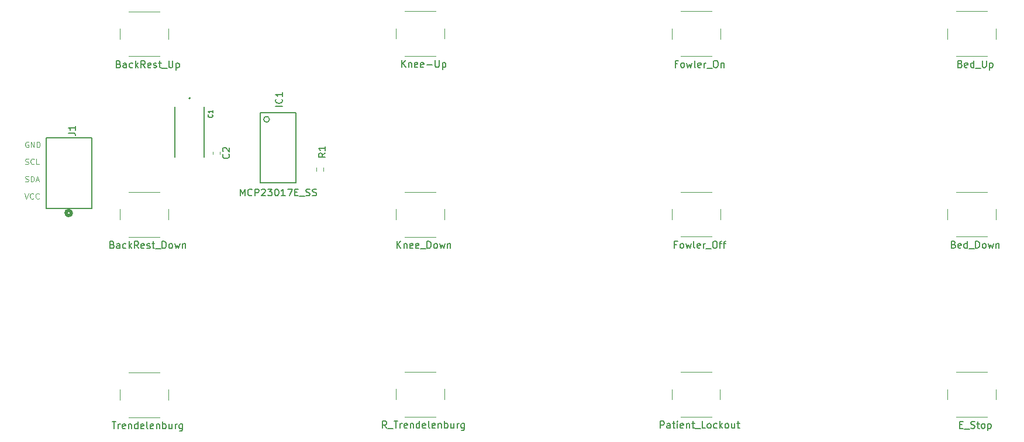
<source format=gto>
%TF.GenerationSoftware,KiCad,Pcbnew,9.0.4-9.0.4-0~ubuntu24.04.1*%
%TF.CreationDate,2025-09-24T17:36:05+03:00*%
%TF.ProjectId,Nurse remote control,4e757273-6520-4726-956d-6f746520636f,rev?*%
%TF.SameCoordinates,Original*%
%TF.FileFunction,Legend,Top*%
%TF.FilePolarity,Positive*%
%FSLAX46Y46*%
G04 Gerber Fmt 4.6, Leading zero omitted, Abs format (unit mm)*
G04 Created by KiCad (PCBNEW 9.0.4-9.0.4-0~ubuntu24.04.1) date 2025-09-24 17:36:05*
%MOMM*%
%LPD*%
G01*
G04 APERTURE LIST*
%ADD10C,0.100000*%
%ADD11C,0.150000*%
%ADD12C,0.120000*%
%ADD13C,0.203200*%
%ADD14C,0.152400*%
%ADD15C,0.508000*%
%ADD16C,0.127000*%
%ADD17C,0.200000*%
G04 APERTURE END LIST*
D10*
X72141979Y-70596895D02*
X72408646Y-71396895D01*
X72408646Y-71396895D02*
X72675312Y-70596895D01*
X73399122Y-71320704D02*
X73361026Y-71358800D01*
X73361026Y-71358800D02*
X73246741Y-71396895D01*
X73246741Y-71396895D02*
X73170550Y-71396895D01*
X73170550Y-71396895D02*
X73056264Y-71358800D01*
X73056264Y-71358800D02*
X72980074Y-71282609D01*
X72980074Y-71282609D02*
X72941979Y-71206419D01*
X72941979Y-71206419D02*
X72903883Y-71054038D01*
X72903883Y-71054038D02*
X72903883Y-70939752D01*
X72903883Y-70939752D02*
X72941979Y-70787371D01*
X72941979Y-70787371D02*
X72980074Y-70711180D01*
X72980074Y-70711180D02*
X73056264Y-70634990D01*
X73056264Y-70634990D02*
X73170550Y-70596895D01*
X73170550Y-70596895D02*
X73246741Y-70596895D01*
X73246741Y-70596895D02*
X73361026Y-70634990D01*
X73361026Y-70634990D02*
X73399122Y-70673085D01*
X74199122Y-71320704D02*
X74161026Y-71358800D01*
X74161026Y-71358800D02*
X74046741Y-71396895D01*
X74046741Y-71396895D02*
X73970550Y-71396895D01*
X73970550Y-71396895D02*
X73856264Y-71358800D01*
X73856264Y-71358800D02*
X73780074Y-71282609D01*
X73780074Y-71282609D02*
X73741979Y-71206419D01*
X73741979Y-71206419D02*
X73703883Y-71054038D01*
X73703883Y-71054038D02*
X73703883Y-70939752D01*
X73703883Y-70939752D02*
X73741979Y-70787371D01*
X73741979Y-70787371D02*
X73780074Y-70711180D01*
X73780074Y-70711180D02*
X73856264Y-70634990D01*
X73856264Y-70634990D02*
X73970550Y-70596895D01*
X73970550Y-70596895D02*
X74046741Y-70596895D01*
X74046741Y-70596895D02*
X74161026Y-70634990D01*
X74161026Y-70634990D02*
X74199122Y-70673085D01*
X72675312Y-63134990D02*
X72599122Y-63096895D01*
X72599122Y-63096895D02*
X72484836Y-63096895D01*
X72484836Y-63096895D02*
X72370550Y-63134990D01*
X72370550Y-63134990D02*
X72294360Y-63211180D01*
X72294360Y-63211180D02*
X72256265Y-63287371D01*
X72256265Y-63287371D02*
X72218169Y-63439752D01*
X72218169Y-63439752D02*
X72218169Y-63554038D01*
X72218169Y-63554038D02*
X72256265Y-63706419D01*
X72256265Y-63706419D02*
X72294360Y-63782609D01*
X72294360Y-63782609D02*
X72370550Y-63858800D01*
X72370550Y-63858800D02*
X72484836Y-63896895D01*
X72484836Y-63896895D02*
X72561027Y-63896895D01*
X72561027Y-63896895D02*
X72675312Y-63858800D01*
X72675312Y-63858800D02*
X72713408Y-63820704D01*
X72713408Y-63820704D02*
X72713408Y-63554038D01*
X72713408Y-63554038D02*
X72561027Y-63554038D01*
X73056265Y-63896895D02*
X73056265Y-63096895D01*
X73056265Y-63096895D02*
X73513408Y-63896895D01*
X73513408Y-63896895D02*
X73513408Y-63096895D01*
X73894360Y-63896895D02*
X73894360Y-63096895D01*
X73894360Y-63096895D02*
X74084836Y-63096895D01*
X74084836Y-63096895D02*
X74199122Y-63134990D01*
X74199122Y-63134990D02*
X74275312Y-63211180D01*
X74275312Y-63211180D02*
X74313407Y-63287371D01*
X74313407Y-63287371D02*
X74351503Y-63439752D01*
X74351503Y-63439752D02*
X74351503Y-63554038D01*
X74351503Y-63554038D02*
X74313407Y-63706419D01*
X74313407Y-63706419D02*
X74275312Y-63782609D01*
X74275312Y-63782609D02*
X74199122Y-63858800D01*
X74199122Y-63858800D02*
X74084836Y-63896895D01*
X74084836Y-63896895D02*
X73894360Y-63896895D01*
X72218169Y-66358800D02*
X72332455Y-66396895D01*
X72332455Y-66396895D02*
X72522931Y-66396895D01*
X72522931Y-66396895D02*
X72599122Y-66358800D01*
X72599122Y-66358800D02*
X72637217Y-66320704D01*
X72637217Y-66320704D02*
X72675312Y-66244514D01*
X72675312Y-66244514D02*
X72675312Y-66168323D01*
X72675312Y-66168323D02*
X72637217Y-66092133D01*
X72637217Y-66092133D02*
X72599122Y-66054038D01*
X72599122Y-66054038D02*
X72522931Y-66015942D01*
X72522931Y-66015942D02*
X72370550Y-65977847D01*
X72370550Y-65977847D02*
X72294360Y-65939752D01*
X72294360Y-65939752D02*
X72256265Y-65901657D01*
X72256265Y-65901657D02*
X72218169Y-65825466D01*
X72218169Y-65825466D02*
X72218169Y-65749276D01*
X72218169Y-65749276D02*
X72256265Y-65673085D01*
X72256265Y-65673085D02*
X72294360Y-65634990D01*
X72294360Y-65634990D02*
X72370550Y-65596895D01*
X72370550Y-65596895D02*
X72561027Y-65596895D01*
X72561027Y-65596895D02*
X72675312Y-65634990D01*
X73475313Y-66320704D02*
X73437217Y-66358800D01*
X73437217Y-66358800D02*
X73322932Y-66396895D01*
X73322932Y-66396895D02*
X73246741Y-66396895D01*
X73246741Y-66396895D02*
X73132455Y-66358800D01*
X73132455Y-66358800D02*
X73056265Y-66282609D01*
X73056265Y-66282609D02*
X73018170Y-66206419D01*
X73018170Y-66206419D02*
X72980074Y-66054038D01*
X72980074Y-66054038D02*
X72980074Y-65939752D01*
X72980074Y-65939752D02*
X73018170Y-65787371D01*
X73018170Y-65787371D02*
X73056265Y-65711180D01*
X73056265Y-65711180D02*
X73132455Y-65634990D01*
X73132455Y-65634990D02*
X73246741Y-65596895D01*
X73246741Y-65596895D02*
X73322932Y-65596895D01*
X73322932Y-65596895D02*
X73437217Y-65634990D01*
X73437217Y-65634990D02*
X73475313Y-65673085D01*
X74199122Y-66396895D02*
X73818170Y-66396895D01*
X73818170Y-66396895D02*
X73818170Y-65596895D01*
X72218169Y-68858800D02*
X72332455Y-68896895D01*
X72332455Y-68896895D02*
X72522931Y-68896895D01*
X72522931Y-68896895D02*
X72599122Y-68858800D01*
X72599122Y-68858800D02*
X72637217Y-68820704D01*
X72637217Y-68820704D02*
X72675312Y-68744514D01*
X72675312Y-68744514D02*
X72675312Y-68668323D01*
X72675312Y-68668323D02*
X72637217Y-68592133D01*
X72637217Y-68592133D02*
X72599122Y-68554038D01*
X72599122Y-68554038D02*
X72522931Y-68515942D01*
X72522931Y-68515942D02*
X72370550Y-68477847D01*
X72370550Y-68477847D02*
X72294360Y-68439752D01*
X72294360Y-68439752D02*
X72256265Y-68401657D01*
X72256265Y-68401657D02*
X72218169Y-68325466D01*
X72218169Y-68325466D02*
X72218169Y-68249276D01*
X72218169Y-68249276D02*
X72256265Y-68173085D01*
X72256265Y-68173085D02*
X72294360Y-68134990D01*
X72294360Y-68134990D02*
X72370550Y-68096895D01*
X72370550Y-68096895D02*
X72561027Y-68096895D01*
X72561027Y-68096895D02*
X72675312Y-68134990D01*
X73018170Y-68896895D02*
X73018170Y-68096895D01*
X73018170Y-68096895D02*
X73208646Y-68096895D01*
X73208646Y-68096895D02*
X73322932Y-68134990D01*
X73322932Y-68134990D02*
X73399122Y-68211180D01*
X73399122Y-68211180D02*
X73437217Y-68287371D01*
X73437217Y-68287371D02*
X73475313Y-68439752D01*
X73475313Y-68439752D02*
X73475313Y-68554038D01*
X73475313Y-68554038D02*
X73437217Y-68706419D01*
X73437217Y-68706419D02*
X73399122Y-68782609D01*
X73399122Y-68782609D02*
X73322932Y-68858800D01*
X73322932Y-68858800D02*
X73208646Y-68896895D01*
X73208646Y-68896895D02*
X73018170Y-68896895D01*
X73780074Y-68668323D02*
X74161027Y-68668323D01*
X73703884Y-68896895D02*
X73970551Y-68096895D01*
X73970551Y-68096895D02*
X74237217Y-68896895D01*
D11*
X84786332Y-103722819D02*
X85357760Y-103722819D01*
X85072046Y-104722819D02*
X85072046Y-103722819D01*
X85691094Y-104722819D02*
X85691094Y-104056152D01*
X85691094Y-104246628D02*
X85738713Y-104151390D01*
X85738713Y-104151390D02*
X85786332Y-104103771D01*
X85786332Y-104103771D02*
X85881570Y-104056152D01*
X85881570Y-104056152D02*
X85976808Y-104056152D01*
X86691094Y-104675200D02*
X86595856Y-104722819D01*
X86595856Y-104722819D02*
X86405380Y-104722819D01*
X86405380Y-104722819D02*
X86310142Y-104675200D01*
X86310142Y-104675200D02*
X86262523Y-104579961D01*
X86262523Y-104579961D02*
X86262523Y-104199009D01*
X86262523Y-104199009D02*
X86310142Y-104103771D01*
X86310142Y-104103771D02*
X86405380Y-104056152D01*
X86405380Y-104056152D02*
X86595856Y-104056152D01*
X86595856Y-104056152D02*
X86691094Y-104103771D01*
X86691094Y-104103771D02*
X86738713Y-104199009D01*
X86738713Y-104199009D02*
X86738713Y-104294247D01*
X86738713Y-104294247D02*
X86262523Y-104389485D01*
X87167285Y-104056152D02*
X87167285Y-104722819D01*
X87167285Y-104151390D02*
X87214904Y-104103771D01*
X87214904Y-104103771D02*
X87310142Y-104056152D01*
X87310142Y-104056152D02*
X87452999Y-104056152D01*
X87452999Y-104056152D02*
X87548237Y-104103771D01*
X87548237Y-104103771D02*
X87595856Y-104199009D01*
X87595856Y-104199009D02*
X87595856Y-104722819D01*
X88500618Y-104722819D02*
X88500618Y-103722819D01*
X88500618Y-104675200D02*
X88405380Y-104722819D01*
X88405380Y-104722819D02*
X88214904Y-104722819D01*
X88214904Y-104722819D02*
X88119666Y-104675200D01*
X88119666Y-104675200D02*
X88072047Y-104627580D01*
X88072047Y-104627580D02*
X88024428Y-104532342D01*
X88024428Y-104532342D02*
X88024428Y-104246628D01*
X88024428Y-104246628D02*
X88072047Y-104151390D01*
X88072047Y-104151390D02*
X88119666Y-104103771D01*
X88119666Y-104103771D02*
X88214904Y-104056152D01*
X88214904Y-104056152D02*
X88405380Y-104056152D01*
X88405380Y-104056152D02*
X88500618Y-104103771D01*
X89357761Y-104675200D02*
X89262523Y-104722819D01*
X89262523Y-104722819D02*
X89072047Y-104722819D01*
X89072047Y-104722819D02*
X88976809Y-104675200D01*
X88976809Y-104675200D02*
X88929190Y-104579961D01*
X88929190Y-104579961D02*
X88929190Y-104199009D01*
X88929190Y-104199009D02*
X88976809Y-104103771D01*
X88976809Y-104103771D02*
X89072047Y-104056152D01*
X89072047Y-104056152D02*
X89262523Y-104056152D01*
X89262523Y-104056152D02*
X89357761Y-104103771D01*
X89357761Y-104103771D02*
X89405380Y-104199009D01*
X89405380Y-104199009D02*
X89405380Y-104294247D01*
X89405380Y-104294247D02*
X88929190Y-104389485D01*
X89976809Y-104722819D02*
X89881571Y-104675200D01*
X89881571Y-104675200D02*
X89833952Y-104579961D01*
X89833952Y-104579961D02*
X89833952Y-103722819D01*
X90738714Y-104675200D02*
X90643476Y-104722819D01*
X90643476Y-104722819D02*
X90453000Y-104722819D01*
X90453000Y-104722819D02*
X90357762Y-104675200D01*
X90357762Y-104675200D02*
X90310143Y-104579961D01*
X90310143Y-104579961D02*
X90310143Y-104199009D01*
X90310143Y-104199009D02*
X90357762Y-104103771D01*
X90357762Y-104103771D02*
X90453000Y-104056152D01*
X90453000Y-104056152D02*
X90643476Y-104056152D01*
X90643476Y-104056152D02*
X90738714Y-104103771D01*
X90738714Y-104103771D02*
X90786333Y-104199009D01*
X90786333Y-104199009D02*
X90786333Y-104294247D01*
X90786333Y-104294247D02*
X90310143Y-104389485D01*
X91214905Y-104056152D02*
X91214905Y-104722819D01*
X91214905Y-104151390D02*
X91262524Y-104103771D01*
X91262524Y-104103771D02*
X91357762Y-104056152D01*
X91357762Y-104056152D02*
X91500619Y-104056152D01*
X91500619Y-104056152D02*
X91595857Y-104103771D01*
X91595857Y-104103771D02*
X91643476Y-104199009D01*
X91643476Y-104199009D02*
X91643476Y-104722819D01*
X92119667Y-104722819D02*
X92119667Y-103722819D01*
X92119667Y-104103771D02*
X92214905Y-104056152D01*
X92214905Y-104056152D02*
X92405381Y-104056152D01*
X92405381Y-104056152D02*
X92500619Y-104103771D01*
X92500619Y-104103771D02*
X92548238Y-104151390D01*
X92548238Y-104151390D02*
X92595857Y-104246628D01*
X92595857Y-104246628D02*
X92595857Y-104532342D01*
X92595857Y-104532342D02*
X92548238Y-104627580D01*
X92548238Y-104627580D02*
X92500619Y-104675200D01*
X92500619Y-104675200D02*
X92405381Y-104722819D01*
X92405381Y-104722819D02*
X92214905Y-104722819D01*
X92214905Y-104722819D02*
X92119667Y-104675200D01*
X93453000Y-104056152D02*
X93453000Y-104722819D01*
X93024429Y-104056152D02*
X93024429Y-104579961D01*
X93024429Y-104579961D02*
X93072048Y-104675200D01*
X93072048Y-104675200D02*
X93167286Y-104722819D01*
X93167286Y-104722819D02*
X93310143Y-104722819D01*
X93310143Y-104722819D02*
X93405381Y-104675200D01*
X93405381Y-104675200D02*
X93453000Y-104627580D01*
X93929191Y-104722819D02*
X93929191Y-104056152D01*
X93929191Y-104246628D02*
X93976810Y-104151390D01*
X93976810Y-104151390D02*
X94024429Y-104103771D01*
X94024429Y-104103771D02*
X94119667Y-104056152D01*
X94119667Y-104056152D02*
X94214905Y-104056152D01*
X94976810Y-104056152D02*
X94976810Y-104865676D01*
X94976810Y-104865676D02*
X94929191Y-104960914D01*
X94929191Y-104960914D02*
X94881572Y-105008533D01*
X94881572Y-105008533D02*
X94786334Y-105056152D01*
X94786334Y-105056152D02*
X94643477Y-105056152D01*
X94643477Y-105056152D02*
X94548239Y-105008533D01*
X94976810Y-104675200D02*
X94881572Y-104722819D01*
X94881572Y-104722819D02*
X94691096Y-104722819D01*
X94691096Y-104722819D02*
X94595858Y-104675200D01*
X94595858Y-104675200D02*
X94548239Y-104627580D01*
X94548239Y-104627580D02*
X94500620Y-104532342D01*
X94500620Y-104532342D02*
X94500620Y-104246628D01*
X94500620Y-104246628D02*
X94548239Y-104151390D01*
X94548239Y-104151390D02*
X94595858Y-104103771D01*
X94595858Y-104103771D02*
X94691096Y-104056152D01*
X94691096Y-104056152D02*
X94881572Y-104056152D01*
X94881572Y-104056152D02*
X94976810Y-104103771D01*
X109454819Y-57976189D02*
X108454819Y-57976189D01*
X109359580Y-56928571D02*
X109407200Y-56976190D01*
X109407200Y-56976190D02*
X109454819Y-57119047D01*
X109454819Y-57119047D02*
X109454819Y-57214285D01*
X109454819Y-57214285D02*
X109407200Y-57357142D01*
X109407200Y-57357142D02*
X109311961Y-57452380D01*
X109311961Y-57452380D02*
X109216723Y-57499999D01*
X109216723Y-57499999D02*
X109026247Y-57547618D01*
X109026247Y-57547618D02*
X108883390Y-57547618D01*
X108883390Y-57547618D02*
X108692914Y-57499999D01*
X108692914Y-57499999D02*
X108597676Y-57452380D01*
X108597676Y-57452380D02*
X108502438Y-57357142D01*
X108502438Y-57357142D02*
X108454819Y-57214285D01*
X108454819Y-57214285D02*
X108454819Y-57119047D01*
X108454819Y-57119047D02*
X108502438Y-56976190D01*
X108502438Y-56976190D02*
X108550057Y-56928571D01*
X109454819Y-55976190D02*
X109454819Y-56547618D01*
X109454819Y-56261904D02*
X108454819Y-56261904D01*
X108454819Y-56261904D02*
X108597676Y-56357142D01*
X108597676Y-56357142D02*
X108692914Y-56452380D01*
X108692914Y-56452380D02*
X108740533Y-56547618D01*
X103336000Y-70954819D02*
X103336000Y-69954819D01*
X103336000Y-69954819D02*
X103669333Y-70669104D01*
X103669333Y-70669104D02*
X104002666Y-69954819D01*
X104002666Y-69954819D02*
X104002666Y-70954819D01*
X105050285Y-70859580D02*
X105002666Y-70907200D01*
X105002666Y-70907200D02*
X104859809Y-70954819D01*
X104859809Y-70954819D02*
X104764571Y-70954819D01*
X104764571Y-70954819D02*
X104621714Y-70907200D01*
X104621714Y-70907200D02*
X104526476Y-70811961D01*
X104526476Y-70811961D02*
X104478857Y-70716723D01*
X104478857Y-70716723D02*
X104431238Y-70526247D01*
X104431238Y-70526247D02*
X104431238Y-70383390D01*
X104431238Y-70383390D02*
X104478857Y-70192914D01*
X104478857Y-70192914D02*
X104526476Y-70097676D01*
X104526476Y-70097676D02*
X104621714Y-70002438D01*
X104621714Y-70002438D02*
X104764571Y-69954819D01*
X104764571Y-69954819D02*
X104859809Y-69954819D01*
X104859809Y-69954819D02*
X105002666Y-70002438D01*
X105002666Y-70002438D02*
X105050285Y-70050057D01*
X105478857Y-70954819D02*
X105478857Y-69954819D01*
X105478857Y-69954819D02*
X105859809Y-69954819D01*
X105859809Y-69954819D02*
X105955047Y-70002438D01*
X105955047Y-70002438D02*
X106002666Y-70050057D01*
X106002666Y-70050057D02*
X106050285Y-70145295D01*
X106050285Y-70145295D02*
X106050285Y-70288152D01*
X106050285Y-70288152D02*
X106002666Y-70383390D01*
X106002666Y-70383390D02*
X105955047Y-70431009D01*
X105955047Y-70431009D02*
X105859809Y-70478628D01*
X105859809Y-70478628D02*
X105478857Y-70478628D01*
X106431238Y-70050057D02*
X106478857Y-70002438D01*
X106478857Y-70002438D02*
X106574095Y-69954819D01*
X106574095Y-69954819D02*
X106812190Y-69954819D01*
X106812190Y-69954819D02*
X106907428Y-70002438D01*
X106907428Y-70002438D02*
X106955047Y-70050057D01*
X106955047Y-70050057D02*
X107002666Y-70145295D01*
X107002666Y-70145295D02*
X107002666Y-70240533D01*
X107002666Y-70240533D02*
X106955047Y-70383390D01*
X106955047Y-70383390D02*
X106383619Y-70954819D01*
X106383619Y-70954819D02*
X107002666Y-70954819D01*
X107336000Y-69954819D02*
X107955047Y-69954819D01*
X107955047Y-69954819D02*
X107621714Y-70335771D01*
X107621714Y-70335771D02*
X107764571Y-70335771D01*
X107764571Y-70335771D02*
X107859809Y-70383390D01*
X107859809Y-70383390D02*
X107907428Y-70431009D01*
X107907428Y-70431009D02*
X107955047Y-70526247D01*
X107955047Y-70526247D02*
X107955047Y-70764342D01*
X107955047Y-70764342D02*
X107907428Y-70859580D01*
X107907428Y-70859580D02*
X107859809Y-70907200D01*
X107859809Y-70907200D02*
X107764571Y-70954819D01*
X107764571Y-70954819D02*
X107478857Y-70954819D01*
X107478857Y-70954819D02*
X107383619Y-70907200D01*
X107383619Y-70907200D02*
X107336000Y-70859580D01*
X108574095Y-69954819D02*
X108669333Y-69954819D01*
X108669333Y-69954819D02*
X108764571Y-70002438D01*
X108764571Y-70002438D02*
X108812190Y-70050057D01*
X108812190Y-70050057D02*
X108859809Y-70145295D01*
X108859809Y-70145295D02*
X108907428Y-70335771D01*
X108907428Y-70335771D02*
X108907428Y-70573866D01*
X108907428Y-70573866D02*
X108859809Y-70764342D01*
X108859809Y-70764342D02*
X108812190Y-70859580D01*
X108812190Y-70859580D02*
X108764571Y-70907200D01*
X108764571Y-70907200D02*
X108669333Y-70954819D01*
X108669333Y-70954819D02*
X108574095Y-70954819D01*
X108574095Y-70954819D02*
X108478857Y-70907200D01*
X108478857Y-70907200D02*
X108431238Y-70859580D01*
X108431238Y-70859580D02*
X108383619Y-70764342D01*
X108383619Y-70764342D02*
X108336000Y-70573866D01*
X108336000Y-70573866D02*
X108336000Y-70335771D01*
X108336000Y-70335771D02*
X108383619Y-70145295D01*
X108383619Y-70145295D02*
X108431238Y-70050057D01*
X108431238Y-70050057D02*
X108478857Y-70002438D01*
X108478857Y-70002438D02*
X108574095Y-69954819D01*
X109859809Y-70954819D02*
X109288381Y-70954819D01*
X109574095Y-70954819D02*
X109574095Y-69954819D01*
X109574095Y-69954819D02*
X109478857Y-70097676D01*
X109478857Y-70097676D02*
X109383619Y-70192914D01*
X109383619Y-70192914D02*
X109288381Y-70240533D01*
X110193143Y-69954819D02*
X110859809Y-69954819D01*
X110859809Y-69954819D02*
X110431238Y-70954819D01*
X111240762Y-70431009D02*
X111574095Y-70431009D01*
X111716952Y-70954819D02*
X111240762Y-70954819D01*
X111240762Y-70954819D02*
X111240762Y-69954819D01*
X111240762Y-69954819D02*
X111716952Y-69954819D01*
X111907429Y-71050057D02*
X112669333Y-71050057D01*
X112859810Y-70907200D02*
X113002667Y-70954819D01*
X113002667Y-70954819D02*
X113240762Y-70954819D01*
X113240762Y-70954819D02*
X113336000Y-70907200D01*
X113336000Y-70907200D02*
X113383619Y-70859580D01*
X113383619Y-70859580D02*
X113431238Y-70764342D01*
X113431238Y-70764342D02*
X113431238Y-70669104D01*
X113431238Y-70669104D02*
X113383619Y-70573866D01*
X113383619Y-70573866D02*
X113336000Y-70526247D01*
X113336000Y-70526247D02*
X113240762Y-70478628D01*
X113240762Y-70478628D02*
X113050286Y-70431009D01*
X113050286Y-70431009D02*
X112955048Y-70383390D01*
X112955048Y-70383390D02*
X112907429Y-70335771D01*
X112907429Y-70335771D02*
X112859810Y-70240533D01*
X112859810Y-70240533D02*
X112859810Y-70145295D01*
X112859810Y-70145295D02*
X112907429Y-70050057D01*
X112907429Y-70050057D02*
X112955048Y-70002438D01*
X112955048Y-70002438D02*
X113050286Y-69954819D01*
X113050286Y-69954819D02*
X113288381Y-69954819D01*
X113288381Y-69954819D02*
X113431238Y-70002438D01*
X113812191Y-70907200D02*
X113955048Y-70954819D01*
X113955048Y-70954819D02*
X114193143Y-70954819D01*
X114193143Y-70954819D02*
X114288381Y-70907200D01*
X114288381Y-70907200D02*
X114336000Y-70859580D01*
X114336000Y-70859580D02*
X114383619Y-70764342D01*
X114383619Y-70764342D02*
X114383619Y-70669104D01*
X114383619Y-70669104D02*
X114336000Y-70573866D01*
X114336000Y-70573866D02*
X114288381Y-70526247D01*
X114288381Y-70526247D02*
X114193143Y-70478628D01*
X114193143Y-70478628D02*
X114002667Y-70431009D01*
X114002667Y-70431009D02*
X113907429Y-70383390D01*
X113907429Y-70383390D02*
X113859810Y-70335771D01*
X113859810Y-70335771D02*
X113812191Y-70240533D01*
X113812191Y-70240533D02*
X113812191Y-70145295D01*
X113812191Y-70145295D02*
X113859810Y-70050057D01*
X113859810Y-70050057D02*
X113907429Y-70002438D01*
X113907429Y-70002438D02*
X114002667Y-69954819D01*
X114002667Y-69954819D02*
X114240762Y-69954819D01*
X114240762Y-69954819D02*
X114383619Y-70002438D01*
X166540475Y-78010009D02*
X166207142Y-78010009D01*
X166207142Y-78533819D02*
X166207142Y-77533819D01*
X166207142Y-77533819D02*
X166683332Y-77533819D01*
X167207142Y-78533819D02*
X167111904Y-78486200D01*
X167111904Y-78486200D02*
X167064285Y-78438580D01*
X167064285Y-78438580D02*
X167016666Y-78343342D01*
X167016666Y-78343342D02*
X167016666Y-78057628D01*
X167016666Y-78057628D02*
X167064285Y-77962390D01*
X167064285Y-77962390D02*
X167111904Y-77914771D01*
X167111904Y-77914771D02*
X167207142Y-77867152D01*
X167207142Y-77867152D02*
X167349999Y-77867152D01*
X167349999Y-77867152D02*
X167445237Y-77914771D01*
X167445237Y-77914771D02*
X167492856Y-77962390D01*
X167492856Y-77962390D02*
X167540475Y-78057628D01*
X167540475Y-78057628D02*
X167540475Y-78343342D01*
X167540475Y-78343342D02*
X167492856Y-78438580D01*
X167492856Y-78438580D02*
X167445237Y-78486200D01*
X167445237Y-78486200D02*
X167349999Y-78533819D01*
X167349999Y-78533819D02*
X167207142Y-78533819D01*
X167873809Y-77867152D02*
X168064285Y-78533819D01*
X168064285Y-78533819D02*
X168254761Y-78057628D01*
X168254761Y-78057628D02*
X168445237Y-78533819D01*
X168445237Y-78533819D02*
X168635713Y-77867152D01*
X169159523Y-78533819D02*
X169064285Y-78486200D01*
X169064285Y-78486200D02*
X169016666Y-78390961D01*
X169016666Y-78390961D02*
X169016666Y-77533819D01*
X169921428Y-78486200D02*
X169826190Y-78533819D01*
X169826190Y-78533819D02*
X169635714Y-78533819D01*
X169635714Y-78533819D02*
X169540476Y-78486200D01*
X169540476Y-78486200D02*
X169492857Y-78390961D01*
X169492857Y-78390961D02*
X169492857Y-78010009D01*
X169492857Y-78010009D02*
X169540476Y-77914771D01*
X169540476Y-77914771D02*
X169635714Y-77867152D01*
X169635714Y-77867152D02*
X169826190Y-77867152D01*
X169826190Y-77867152D02*
X169921428Y-77914771D01*
X169921428Y-77914771D02*
X169969047Y-78010009D01*
X169969047Y-78010009D02*
X169969047Y-78105247D01*
X169969047Y-78105247D02*
X169492857Y-78200485D01*
X170397619Y-78533819D02*
X170397619Y-77867152D01*
X170397619Y-78057628D02*
X170445238Y-77962390D01*
X170445238Y-77962390D02*
X170492857Y-77914771D01*
X170492857Y-77914771D02*
X170588095Y-77867152D01*
X170588095Y-77867152D02*
X170683333Y-77867152D01*
X170778572Y-78629057D02*
X171540476Y-78629057D01*
X171969048Y-77533819D02*
X172159524Y-77533819D01*
X172159524Y-77533819D02*
X172254762Y-77581438D01*
X172254762Y-77581438D02*
X172350000Y-77676676D01*
X172350000Y-77676676D02*
X172397619Y-77867152D01*
X172397619Y-77867152D02*
X172397619Y-78200485D01*
X172397619Y-78200485D02*
X172350000Y-78390961D01*
X172350000Y-78390961D02*
X172254762Y-78486200D01*
X172254762Y-78486200D02*
X172159524Y-78533819D01*
X172159524Y-78533819D02*
X171969048Y-78533819D01*
X171969048Y-78533819D02*
X171873810Y-78486200D01*
X171873810Y-78486200D02*
X171778572Y-78390961D01*
X171778572Y-78390961D02*
X171730953Y-78200485D01*
X171730953Y-78200485D02*
X171730953Y-77867152D01*
X171730953Y-77867152D02*
X171778572Y-77676676D01*
X171778572Y-77676676D02*
X171873810Y-77581438D01*
X171873810Y-77581438D02*
X171969048Y-77533819D01*
X172683334Y-77867152D02*
X173064286Y-77867152D01*
X172826191Y-78533819D02*
X172826191Y-77676676D01*
X172826191Y-77676676D02*
X172873810Y-77581438D01*
X172873810Y-77581438D02*
X172969048Y-77533819D01*
X172969048Y-77533819D02*
X173064286Y-77533819D01*
X173254763Y-77867152D02*
X173635715Y-77867152D01*
X173397620Y-78533819D02*
X173397620Y-77676676D01*
X173397620Y-77676676D02*
X173445239Y-77581438D01*
X173445239Y-77581438D02*
X173540477Y-77533819D01*
X173540477Y-77533819D02*
X173635715Y-77533819D01*
X164156332Y-104650819D02*
X164156332Y-103650819D01*
X164156332Y-103650819D02*
X164537284Y-103650819D01*
X164537284Y-103650819D02*
X164632522Y-103698438D01*
X164632522Y-103698438D02*
X164680141Y-103746057D01*
X164680141Y-103746057D02*
X164727760Y-103841295D01*
X164727760Y-103841295D02*
X164727760Y-103984152D01*
X164727760Y-103984152D02*
X164680141Y-104079390D01*
X164680141Y-104079390D02*
X164632522Y-104127009D01*
X164632522Y-104127009D02*
X164537284Y-104174628D01*
X164537284Y-104174628D02*
X164156332Y-104174628D01*
X165584903Y-104650819D02*
X165584903Y-104127009D01*
X165584903Y-104127009D02*
X165537284Y-104031771D01*
X165537284Y-104031771D02*
X165442046Y-103984152D01*
X165442046Y-103984152D02*
X165251570Y-103984152D01*
X165251570Y-103984152D02*
X165156332Y-104031771D01*
X165584903Y-104603200D02*
X165489665Y-104650819D01*
X165489665Y-104650819D02*
X165251570Y-104650819D01*
X165251570Y-104650819D02*
X165156332Y-104603200D01*
X165156332Y-104603200D02*
X165108713Y-104507961D01*
X165108713Y-104507961D02*
X165108713Y-104412723D01*
X165108713Y-104412723D02*
X165156332Y-104317485D01*
X165156332Y-104317485D02*
X165251570Y-104269866D01*
X165251570Y-104269866D02*
X165489665Y-104269866D01*
X165489665Y-104269866D02*
X165584903Y-104222247D01*
X165918237Y-103984152D02*
X166299189Y-103984152D01*
X166061094Y-103650819D02*
X166061094Y-104507961D01*
X166061094Y-104507961D02*
X166108713Y-104603200D01*
X166108713Y-104603200D02*
X166203951Y-104650819D01*
X166203951Y-104650819D02*
X166299189Y-104650819D01*
X166632523Y-104650819D02*
X166632523Y-103984152D01*
X166632523Y-103650819D02*
X166584904Y-103698438D01*
X166584904Y-103698438D02*
X166632523Y-103746057D01*
X166632523Y-103746057D02*
X166680142Y-103698438D01*
X166680142Y-103698438D02*
X166632523Y-103650819D01*
X166632523Y-103650819D02*
X166632523Y-103746057D01*
X167489665Y-104603200D02*
X167394427Y-104650819D01*
X167394427Y-104650819D02*
X167203951Y-104650819D01*
X167203951Y-104650819D02*
X167108713Y-104603200D01*
X167108713Y-104603200D02*
X167061094Y-104507961D01*
X167061094Y-104507961D02*
X167061094Y-104127009D01*
X167061094Y-104127009D02*
X167108713Y-104031771D01*
X167108713Y-104031771D02*
X167203951Y-103984152D01*
X167203951Y-103984152D02*
X167394427Y-103984152D01*
X167394427Y-103984152D02*
X167489665Y-104031771D01*
X167489665Y-104031771D02*
X167537284Y-104127009D01*
X167537284Y-104127009D02*
X167537284Y-104222247D01*
X167537284Y-104222247D02*
X167061094Y-104317485D01*
X167965856Y-103984152D02*
X167965856Y-104650819D01*
X167965856Y-104079390D02*
X168013475Y-104031771D01*
X168013475Y-104031771D02*
X168108713Y-103984152D01*
X168108713Y-103984152D02*
X168251570Y-103984152D01*
X168251570Y-103984152D02*
X168346808Y-104031771D01*
X168346808Y-104031771D02*
X168394427Y-104127009D01*
X168394427Y-104127009D02*
X168394427Y-104650819D01*
X168727761Y-103984152D02*
X169108713Y-103984152D01*
X168870618Y-103650819D02*
X168870618Y-104507961D01*
X168870618Y-104507961D02*
X168918237Y-104603200D01*
X168918237Y-104603200D02*
X169013475Y-104650819D01*
X169013475Y-104650819D02*
X169108713Y-104650819D01*
X169203952Y-104746057D02*
X169965856Y-104746057D01*
X170680142Y-104650819D02*
X170203952Y-104650819D01*
X170203952Y-104650819D02*
X170203952Y-103650819D01*
X171156333Y-104650819D02*
X171061095Y-104603200D01*
X171061095Y-104603200D02*
X171013476Y-104555580D01*
X171013476Y-104555580D02*
X170965857Y-104460342D01*
X170965857Y-104460342D02*
X170965857Y-104174628D01*
X170965857Y-104174628D02*
X171013476Y-104079390D01*
X171013476Y-104079390D02*
X171061095Y-104031771D01*
X171061095Y-104031771D02*
X171156333Y-103984152D01*
X171156333Y-103984152D02*
X171299190Y-103984152D01*
X171299190Y-103984152D02*
X171394428Y-104031771D01*
X171394428Y-104031771D02*
X171442047Y-104079390D01*
X171442047Y-104079390D02*
X171489666Y-104174628D01*
X171489666Y-104174628D02*
X171489666Y-104460342D01*
X171489666Y-104460342D02*
X171442047Y-104555580D01*
X171442047Y-104555580D02*
X171394428Y-104603200D01*
X171394428Y-104603200D02*
X171299190Y-104650819D01*
X171299190Y-104650819D02*
X171156333Y-104650819D01*
X172346809Y-104603200D02*
X172251571Y-104650819D01*
X172251571Y-104650819D02*
X172061095Y-104650819D01*
X172061095Y-104650819D02*
X171965857Y-104603200D01*
X171965857Y-104603200D02*
X171918238Y-104555580D01*
X171918238Y-104555580D02*
X171870619Y-104460342D01*
X171870619Y-104460342D02*
X171870619Y-104174628D01*
X171870619Y-104174628D02*
X171918238Y-104079390D01*
X171918238Y-104079390D02*
X171965857Y-104031771D01*
X171965857Y-104031771D02*
X172061095Y-103984152D01*
X172061095Y-103984152D02*
X172251571Y-103984152D01*
X172251571Y-103984152D02*
X172346809Y-104031771D01*
X172775381Y-104650819D02*
X172775381Y-103650819D01*
X172870619Y-104269866D02*
X173156333Y-104650819D01*
X173156333Y-103984152D02*
X172775381Y-104365104D01*
X173727762Y-104650819D02*
X173632524Y-104603200D01*
X173632524Y-104603200D02*
X173584905Y-104555580D01*
X173584905Y-104555580D02*
X173537286Y-104460342D01*
X173537286Y-104460342D02*
X173537286Y-104174628D01*
X173537286Y-104174628D02*
X173584905Y-104079390D01*
X173584905Y-104079390D02*
X173632524Y-104031771D01*
X173632524Y-104031771D02*
X173727762Y-103984152D01*
X173727762Y-103984152D02*
X173870619Y-103984152D01*
X173870619Y-103984152D02*
X173965857Y-104031771D01*
X173965857Y-104031771D02*
X174013476Y-104079390D01*
X174013476Y-104079390D02*
X174061095Y-104174628D01*
X174061095Y-104174628D02*
X174061095Y-104460342D01*
X174061095Y-104460342D02*
X174013476Y-104555580D01*
X174013476Y-104555580D02*
X173965857Y-104603200D01*
X173965857Y-104603200D02*
X173870619Y-104650819D01*
X173870619Y-104650819D02*
X173727762Y-104650819D01*
X174918238Y-103984152D02*
X174918238Y-104650819D01*
X174489667Y-103984152D02*
X174489667Y-104507961D01*
X174489667Y-104507961D02*
X174537286Y-104603200D01*
X174537286Y-104603200D02*
X174632524Y-104650819D01*
X174632524Y-104650819D02*
X174775381Y-104650819D01*
X174775381Y-104650819D02*
X174870619Y-104603200D01*
X174870619Y-104603200D02*
X174918238Y-104555580D01*
X175251572Y-103984152D02*
X175632524Y-103984152D01*
X175394429Y-103650819D02*
X175394429Y-104507961D01*
X175394429Y-104507961D02*
X175442048Y-104603200D01*
X175442048Y-104603200D02*
X175537286Y-104650819D01*
X175537286Y-104650819D02*
X175632524Y-104650819D01*
X126025047Y-78556819D02*
X126025047Y-77556819D01*
X126596475Y-78556819D02*
X126167904Y-77985390D01*
X126596475Y-77556819D02*
X126025047Y-78128247D01*
X127025047Y-77890152D02*
X127025047Y-78556819D01*
X127025047Y-77985390D02*
X127072666Y-77937771D01*
X127072666Y-77937771D02*
X127167904Y-77890152D01*
X127167904Y-77890152D02*
X127310761Y-77890152D01*
X127310761Y-77890152D02*
X127405999Y-77937771D01*
X127405999Y-77937771D02*
X127453618Y-78033009D01*
X127453618Y-78033009D02*
X127453618Y-78556819D01*
X128310761Y-78509200D02*
X128215523Y-78556819D01*
X128215523Y-78556819D02*
X128025047Y-78556819D01*
X128025047Y-78556819D02*
X127929809Y-78509200D01*
X127929809Y-78509200D02*
X127882190Y-78413961D01*
X127882190Y-78413961D02*
X127882190Y-78033009D01*
X127882190Y-78033009D02*
X127929809Y-77937771D01*
X127929809Y-77937771D02*
X128025047Y-77890152D01*
X128025047Y-77890152D02*
X128215523Y-77890152D01*
X128215523Y-77890152D02*
X128310761Y-77937771D01*
X128310761Y-77937771D02*
X128358380Y-78033009D01*
X128358380Y-78033009D02*
X128358380Y-78128247D01*
X128358380Y-78128247D02*
X127882190Y-78223485D01*
X129167904Y-78509200D02*
X129072666Y-78556819D01*
X129072666Y-78556819D02*
X128882190Y-78556819D01*
X128882190Y-78556819D02*
X128786952Y-78509200D01*
X128786952Y-78509200D02*
X128739333Y-78413961D01*
X128739333Y-78413961D02*
X128739333Y-78033009D01*
X128739333Y-78033009D02*
X128786952Y-77937771D01*
X128786952Y-77937771D02*
X128882190Y-77890152D01*
X128882190Y-77890152D02*
X129072666Y-77890152D01*
X129072666Y-77890152D02*
X129167904Y-77937771D01*
X129167904Y-77937771D02*
X129215523Y-78033009D01*
X129215523Y-78033009D02*
X129215523Y-78128247D01*
X129215523Y-78128247D02*
X128739333Y-78223485D01*
X129406000Y-78652057D02*
X130167904Y-78652057D01*
X130406000Y-78556819D02*
X130406000Y-77556819D01*
X130406000Y-77556819D02*
X130644095Y-77556819D01*
X130644095Y-77556819D02*
X130786952Y-77604438D01*
X130786952Y-77604438D02*
X130882190Y-77699676D01*
X130882190Y-77699676D02*
X130929809Y-77794914D01*
X130929809Y-77794914D02*
X130977428Y-77985390D01*
X130977428Y-77985390D02*
X130977428Y-78128247D01*
X130977428Y-78128247D02*
X130929809Y-78318723D01*
X130929809Y-78318723D02*
X130882190Y-78413961D01*
X130882190Y-78413961D02*
X130786952Y-78509200D01*
X130786952Y-78509200D02*
X130644095Y-78556819D01*
X130644095Y-78556819D02*
X130406000Y-78556819D01*
X131548857Y-78556819D02*
X131453619Y-78509200D01*
X131453619Y-78509200D02*
X131406000Y-78461580D01*
X131406000Y-78461580D02*
X131358381Y-78366342D01*
X131358381Y-78366342D02*
X131358381Y-78080628D01*
X131358381Y-78080628D02*
X131406000Y-77985390D01*
X131406000Y-77985390D02*
X131453619Y-77937771D01*
X131453619Y-77937771D02*
X131548857Y-77890152D01*
X131548857Y-77890152D02*
X131691714Y-77890152D01*
X131691714Y-77890152D02*
X131786952Y-77937771D01*
X131786952Y-77937771D02*
X131834571Y-77985390D01*
X131834571Y-77985390D02*
X131882190Y-78080628D01*
X131882190Y-78080628D02*
X131882190Y-78366342D01*
X131882190Y-78366342D02*
X131834571Y-78461580D01*
X131834571Y-78461580D02*
X131786952Y-78509200D01*
X131786952Y-78509200D02*
X131691714Y-78556819D01*
X131691714Y-78556819D02*
X131548857Y-78556819D01*
X132215524Y-77890152D02*
X132406000Y-78556819D01*
X132406000Y-78556819D02*
X132596476Y-78080628D01*
X132596476Y-78080628D02*
X132786952Y-78556819D01*
X132786952Y-78556819D02*
X132977428Y-77890152D01*
X133358381Y-77890152D02*
X133358381Y-78556819D01*
X133358381Y-77985390D02*
X133406000Y-77937771D01*
X133406000Y-77937771D02*
X133501238Y-77890152D01*
X133501238Y-77890152D02*
X133644095Y-77890152D01*
X133644095Y-77890152D02*
X133739333Y-77937771D01*
X133739333Y-77937771D02*
X133786952Y-78033009D01*
X133786952Y-78033009D02*
X133786952Y-78556819D01*
X84805142Y-78043009D02*
X84947999Y-78090628D01*
X84947999Y-78090628D02*
X84995618Y-78138247D01*
X84995618Y-78138247D02*
X85043237Y-78233485D01*
X85043237Y-78233485D02*
X85043237Y-78376342D01*
X85043237Y-78376342D02*
X84995618Y-78471580D01*
X84995618Y-78471580D02*
X84947999Y-78519200D01*
X84947999Y-78519200D02*
X84852761Y-78566819D01*
X84852761Y-78566819D02*
X84471809Y-78566819D01*
X84471809Y-78566819D02*
X84471809Y-77566819D01*
X84471809Y-77566819D02*
X84805142Y-77566819D01*
X84805142Y-77566819D02*
X84900380Y-77614438D01*
X84900380Y-77614438D02*
X84947999Y-77662057D01*
X84947999Y-77662057D02*
X84995618Y-77757295D01*
X84995618Y-77757295D02*
X84995618Y-77852533D01*
X84995618Y-77852533D02*
X84947999Y-77947771D01*
X84947999Y-77947771D02*
X84900380Y-77995390D01*
X84900380Y-77995390D02*
X84805142Y-78043009D01*
X84805142Y-78043009D02*
X84471809Y-78043009D01*
X85900380Y-78566819D02*
X85900380Y-78043009D01*
X85900380Y-78043009D02*
X85852761Y-77947771D01*
X85852761Y-77947771D02*
X85757523Y-77900152D01*
X85757523Y-77900152D02*
X85567047Y-77900152D01*
X85567047Y-77900152D02*
X85471809Y-77947771D01*
X85900380Y-78519200D02*
X85805142Y-78566819D01*
X85805142Y-78566819D02*
X85567047Y-78566819D01*
X85567047Y-78566819D02*
X85471809Y-78519200D01*
X85471809Y-78519200D02*
X85424190Y-78423961D01*
X85424190Y-78423961D02*
X85424190Y-78328723D01*
X85424190Y-78328723D02*
X85471809Y-78233485D01*
X85471809Y-78233485D02*
X85567047Y-78185866D01*
X85567047Y-78185866D02*
X85805142Y-78185866D01*
X85805142Y-78185866D02*
X85900380Y-78138247D01*
X86805142Y-78519200D02*
X86709904Y-78566819D01*
X86709904Y-78566819D02*
X86519428Y-78566819D01*
X86519428Y-78566819D02*
X86424190Y-78519200D01*
X86424190Y-78519200D02*
X86376571Y-78471580D01*
X86376571Y-78471580D02*
X86328952Y-78376342D01*
X86328952Y-78376342D02*
X86328952Y-78090628D01*
X86328952Y-78090628D02*
X86376571Y-77995390D01*
X86376571Y-77995390D02*
X86424190Y-77947771D01*
X86424190Y-77947771D02*
X86519428Y-77900152D01*
X86519428Y-77900152D02*
X86709904Y-77900152D01*
X86709904Y-77900152D02*
X86805142Y-77947771D01*
X87233714Y-78566819D02*
X87233714Y-77566819D01*
X87328952Y-78185866D02*
X87614666Y-78566819D01*
X87614666Y-77900152D02*
X87233714Y-78281104D01*
X88614666Y-78566819D02*
X88281333Y-78090628D01*
X88043238Y-78566819D02*
X88043238Y-77566819D01*
X88043238Y-77566819D02*
X88424190Y-77566819D01*
X88424190Y-77566819D02*
X88519428Y-77614438D01*
X88519428Y-77614438D02*
X88567047Y-77662057D01*
X88567047Y-77662057D02*
X88614666Y-77757295D01*
X88614666Y-77757295D02*
X88614666Y-77900152D01*
X88614666Y-77900152D02*
X88567047Y-77995390D01*
X88567047Y-77995390D02*
X88519428Y-78043009D01*
X88519428Y-78043009D02*
X88424190Y-78090628D01*
X88424190Y-78090628D02*
X88043238Y-78090628D01*
X89424190Y-78519200D02*
X89328952Y-78566819D01*
X89328952Y-78566819D02*
X89138476Y-78566819D01*
X89138476Y-78566819D02*
X89043238Y-78519200D01*
X89043238Y-78519200D02*
X88995619Y-78423961D01*
X88995619Y-78423961D02*
X88995619Y-78043009D01*
X88995619Y-78043009D02*
X89043238Y-77947771D01*
X89043238Y-77947771D02*
X89138476Y-77900152D01*
X89138476Y-77900152D02*
X89328952Y-77900152D01*
X89328952Y-77900152D02*
X89424190Y-77947771D01*
X89424190Y-77947771D02*
X89471809Y-78043009D01*
X89471809Y-78043009D02*
X89471809Y-78138247D01*
X89471809Y-78138247D02*
X88995619Y-78233485D01*
X89852762Y-78519200D02*
X89948000Y-78566819D01*
X89948000Y-78566819D02*
X90138476Y-78566819D01*
X90138476Y-78566819D02*
X90233714Y-78519200D01*
X90233714Y-78519200D02*
X90281333Y-78423961D01*
X90281333Y-78423961D02*
X90281333Y-78376342D01*
X90281333Y-78376342D02*
X90233714Y-78281104D01*
X90233714Y-78281104D02*
X90138476Y-78233485D01*
X90138476Y-78233485D02*
X89995619Y-78233485D01*
X89995619Y-78233485D02*
X89900381Y-78185866D01*
X89900381Y-78185866D02*
X89852762Y-78090628D01*
X89852762Y-78090628D02*
X89852762Y-78043009D01*
X89852762Y-78043009D02*
X89900381Y-77947771D01*
X89900381Y-77947771D02*
X89995619Y-77900152D01*
X89995619Y-77900152D02*
X90138476Y-77900152D01*
X90138476Y-77900152D02*
X90233714Y-77947771D01*
X90567048Y-77900152D02*
X90948000Y-77900152D01*
X90709905Y-77566819D02*
X90709905Y-78423961D01*
X90709905Y-78423961D02*
X90757524Y-78519200D01*
X90757524Y-78519200D02*
X90852762Y-78566819D01*
X90852762Y-78566819D02*
X90948000Y-78566819D01*
X91043239Y-78662057D02*
X91805143Y-78662057D01*
X92043239Y-78566819D02*
X92043239Y-77566819D01*
X92043239Y-77566819D02*
X92281334Y-77566819D01*
X92281334Y-77566819D02*
X92424191Y-77614438D01*
X92424191Y-77614438D02*
X92519429Y-77709676D01*
X92519429Y-77709676D02*
X92567048Y-77804914D01*
X92567048Y-77804914D02*
X92614667Y-77995390D01*
X92614667Y-77995390D02*
X92614667Y-78138247D01*
X92614667Y-78138247D02*
X92567048Y-78328723D01*
X92567048Y-78328723D02*
X92519429Y-78423961D01*
X92519429Y-78423961D02*
X92424191Y-78519200D01*
X92424191Y-78519200D02*
X92281334Y-78566819D01*
X92281334Y-78566819D02*
X92043239Y-78566819D01*
X93186096Y-78566819D02*
X93090858Y-78519200D01*
X93090858Y-78519200D02*
X93043239Y-78471580D01*
X93043239Y-78471580D02*
X92995620Y-78376342D01*
X92995620Y-78376342D02*
X92995620Y-78090628D01*
X92995620Y-78090628D02*
X93043239Y-77995390D01*
X93043239Y-77995390D02*
X93090858Y-77947771D01*
X93090858Y-77947771D02*
X93186096Y-77900152D01*
X93186096Y-77900152D02*
X93328953Y-77900152D01*
X93328953Y-77900152D02*
X93424191Y-77947771D01*
X93424191Y-77947771D02*
X93471810Y-77995390D01*
X93471810Y-77995390D02*
X93519429Y-78090628D01*
X93519429Y-78090628D02*
X93519429Y-78376342D01*
X93519429Y-78376342D02*
X93471810Y-78471580D01*
X93471810Y-78471580D02*
X93424191Y-78519200D01*
X93424191Y-78519200D02*
X93328953Y-78566819D01*
X93328953Y-78566819D02*
X93186096Y-78566819D01*
X93852763Y-77900152D02*
X94043239Y-78566819D01*
X94043239Y-78566819D02*
X94233715Y-78090628D01*
X94233715Y-78090628D02*
X94424191Y-78566819D01*
X94424191Y-78566819D02*
X94614667Y-77900152D01*
X94995620Y-77900152D02*
X94995620Y-78566819D01*
X94995620Y-77995390D02*
X95043239Y-77947771D01*
X95043239Y-77947771D02*
X95138477Y-77900152D01*
X95138477Y-77900152D02*
X95281334Y-77900152D01*
X95281334Y-77900152D02*
X95376572Y-77947771D01*
X95376572Y-77947771D02*
X95424191Y-78043009D01*
X95424191Y-78043009D02*
X95424191Y-78566819D01*
X207592333Y-51829009D02*
X207735190Y-51876628D01*
X207735190Y-51876628D02*
X207782809Y-51924247D01*
X207782809Y-51924247D02*
X207830428Y-52019485D01*
X207830428Y-52019485D02*
X207830428Y-52162342D01*
X207830428Y-52162342D02*
X207782809Y-52257580D01*
X207782809Y-52257580D02*
X207735190Y-52305200D01*
X207735190Y-52305200D02*
X207639952Y-52352819D01*
X207639952Y-52352819D02*
X207259000Y-52352819D01*
X207259000Y-52352819D02*
X207259000Y-51352819D01*
X207259000Y-51352819D02*
X207592333Y-51352819D01*
X207592333Y-51352819D02*
X207687571Y-51400438D01*
X207687571Y-51400438D02*
X207735190Y-51448057D01*
X207735190Y-51448057D02*
X207782809Y-51543295D01*
X207782809Y-51543295D02*
X207782809Y-51638533D01*
X207782809Y-51638533D02*
X207735190Y-51733771D01*
X207735190Y-51733771D02*
X207687571Y-51781390D01*
X207687571Y-51781390D02*
X207592333Y-51829009D01*
X207592333Y-51829009D02*
X207259000Y-51829009D01*
X208639952Y-52305200D02*
X208544714Y-52352819D01*
X208544714Y-52352819D02*
X208354238Y-52352819D01*
X208354238Y-52352819D02*
X208259000Y-52305200D01*
X208259000Y-52305200D02*
X208211381Y-52209961D01*
X208211381Y-52209961D02*
X208211381Y-51829009D01*
X208211381Y-51829009D02*
X208259000Y-51733771D01*
X208259000Y-51733771D02*
X208354238Y-51686152D01*
X208354238Y-51686152D02*
X208544714Y-51686152D01*
X208544714Y-51686152D02*
X208639952Y-51733771D01*
X208639952Y-51733771D02*
X208687571Y-51829009D01*
X208687571Y-51829009D02*
X208687571Y-51924247D01*
X208687571Y-51924247D02*
X208211381Y-52019485D01*
X209544714Y-52352819D02*
X209544714Y-51352819D01*
X209544714Y-52305200D02*
X209449476Y-52352819D01*
X209449476Y-52352819D02*
X209259000Y-52352819D01*
X209259000Y-52352819D02*
X209163762Y-52305200D01*
X209163762Y-52305200D02*
X209116143Y-52257580D01*
X209116143Y-52257580D02*
X209068524Y-52162342D01*
X209068524Y-52162342D02*
X209068524Y-51876628D01*
X209068524Y-51876628D02*
X209116143Y-51781390D01*
X209116143Y-51781390D02*
X209163762Y-51733771D01*
X209163762Y-51733771D02*
X209259000Y-51686152D01*
X209259000Y-51686152D02*
X209449476Y-51686152D01*
X209449476Y-51686152D02*
X209544714Y-51733771D01*
X209782810Y-52448057D02*
X210544714Y-52448057D01*
X210782810Y-51352819D02*
X210782810Y-52162342D01*
X210782810Y-52162342D02*
X210830429Y-52257580D01*
X210830429Y-52257580D02*
X210878048Y-52305200D01*
X210878048Y-52305200D02*
X210973286Y-52352819D01*
X210973286Y-52352819D02*
X211163762Y-52352819D01*
X211163762Y-52352819D02*
X211259000Y-52305200D01*
X211259000Y-52305200D02*
X211306619Y-52257580D01*
X211306619Y-52257580D02*
X211354238Y-52162342D01*
X211354238Y-52162342D02*
X211354238Y-51352819D01*
X211830429Y-51686152D02*
X211830429Y-52686152D01*
X211830429Y-51733771D02*
X211925667Y-51686152D01*
X211925667Y-51686152D02*
X212116143Y-51686152D01*
X212116143Y-51686152D02*
X212211381Y-51733771D01*
X212211381Y-51733771D02*
X212259000Y-51781390D01*
X212259000Y-51781390D02*
X212306619Y-51876628D01*
X212306619Y-51876628D02*
X212306619Y-52162342D01*
X212306619Y-52162342D02*
X212259000Y-52257580D01*
X212259000Y-52257580D02*
X212211381Y-52305200D01*
X212211381Y-52305200D02*
X212116143Y-52352819D01*
X212116143Y-52352819D02*
X211925667Y-52352819D01*
X211925667Y-52352819D02*
X211830429Y-52305200D01*
X78454819Y-61833333D02*
X79169104Y-61833333D01*
X79169104Y-61833333D02*
X79311961Y-61880952D01*
X79311961Y-61880952D02*
X79407200Y-61976190D01*
X79407200Y-61976190D02*
X79454819Y-62119047D01*
X79454819Y-62119047D02*
X79454819Y-62214285D01*
X79454819Y-60833333D02*
X79454819Y-61404761D01*
X79454819Y-61119047D02*
X78454819Y-61119047D01*
X78454819Y-61119047D02*
X78597676Y-61214285D01*
X78597676Y-61214285D02*
X78692914Y-61309523D01*
X78692914Y-61309523D02*
X78740533Y-61404761D01*
X85757523Y-51856009D02*
X85900380Y-51903628D01*
X85900380Y-51903628D02*
X85947999Y-51951247D01*
X85947999Y-51951247D02*
X85995618Y-52046485D01*
X85995618Y-52046485D02*
X85995618Y-52189342D01*
X85995618Y-52189342D02*
X85947999Y-52284580D01*
X85947999Y-52284580D02*
X85900380Y-52332200D01*
X85900380Y-52332200D02*
X85805142Y-52379819D01*
X85805142Y-52379819D02*
X85424190Y-52379819D01*
X85424190Y-52379819D02*
X85424190Y-51379819D01*
X85424190Y-51379819D02*
X85757523Y-51379819D01*
X85757523Y-51379819D02*
X85852761Y-51427438D01*
X85852761Y-51427438D02*
X85900380Y-51475057D01*
X85900380Y-51475057D02*
X85947999Y-51570295D01*
X85947999Y-51570295D02*
X85947999Y-51665533D01*
X85947999Y-51665533D02*
X85900380Y-51760771D01*
X85900380Y-51760771D02*
X85852761Y-51808390D01*
X85852761Y-51808390D02*
X85757523Y-51856009D01*
X85757523Y-51856009D02*
X85424190Y-51856009D01*
X86852761Y-52379819D02*
X86852761Y-51856009D01*
X86852761Y-51856009D02*
X86805142Y-51760771D01*
X86805142Y-51760771D02*
X86709904Y-51713152D01*
X86709904Y-51713152D02*
X86519428Y-51713152D01*
X86519428Y-51713152D02*
X86424190Y-51760771D01*
X86852761Y-52332200D02*
X86757523Y-52379819D01*
X86757523Y-52379819D02*
X86519428Y-52379819D01*
X86519428Y-52379819D02*
X86424190Y-52332200D01*
X86424190Y-52332200D02*
X86376571Y-52236961D01*
X86376571Y-52236961D02*
X86376571Y-52141723D01*
X86376571Y-52141723D02*
X86424190Y-52046485D01*
X86424190Y-52046485D02*
X86519428Y-51998866D01*
X86519428Y-51998866D02*
X86757523Y-51998866D01*
X86757523Y-51998866D02*
X86852761Y-51951247D01*
X87757523Y-52332200D02*
X87662285Y-52379819D01*
X87662285Y-52379819D02*
X87471809Y-52379819D01*
X87471809Y-52379819D02*
X87376571Y-52332200D01*
X87376571Y-52332200D02*
X87328952Y-52284580D01*
X87328952Y-52284580D02*
X87281333Y-52189342D01*
X87281333Y-52189342D02*
X87281333Y-51903628D01*
X87281333Y-51903628D02*
X87328952Y-51808390D01*
X87328952Y-51808390D02*
X87376571Y-51760771D01*
X87376571Y-51760771D02*
X87471809Y-51713152D01*
X87471809Y-51713152D02*
X87662285Y-51713152D01*
X87662285Y-51713152D02*
X87757523Y-51760771D01*
X88186095Y-52379819D02*
X88186095Y-51379819D01*
X88281333Y-51998866D02*
X88567047Y-52379819D01*
X88567047Y-51713152D02*
X88186095Y-52094104D01*
X89567047Y-52379819D02*
X89233714Y-51903628D01*
X88995619Y-52379819D02*
X88995619Y-51379819D01*
X88995619Y-51379819D02*
X89376571Y-51379819D01*
X89376571Y-51379819D02*
X89471809Y-51427438D01*
X89471809Y-51427438D02*
X89519428Y-51475057D01*
X89519428Y-51475057D02*
X89567047Y-51570295D01*
X89567047Y-51570295D02*
X89567047Y-51713152D01*
X89567047Y-51713152D02*
X89519428Y-51808390D01*
X89519428Y-51808390D02*
X89471809Y-51856009D01*
X89471809Y-51856009D02*
X89376571Y-51903628D01*
X89376571Y-51903628D02*
X88995619Y-51903628D01*
X90376571Y-52332200D02*
X90281333Y-52379819D01*
X90281333Y-52379819D02*
X90090857Y-52379819D01*
X90090857Y-52379819D02*
X89995619Y-52332200D01*
X89995619Y-52332200D02*
X89948000Y-52236961D01*
X89948000Y-52236961D02*
X89948000Y-51856009D01*
X89948000Y-51856009D02*
X89995619Y-51760771D01*
X89995619Y-51760771D02*
X90090857Y-51713152D01*
X90090857Y-51713152D02*
X90281333Y-51713152D01*
X90281333Y-51713152D02*
X90376571Y-51760771D01*
X90376571Y-51760771D02*
X90424190Y-51856009D01*
X90424190Y-51856009D02*
X90424190Y-51951247D01*
X90424190Y-51951247D02*
X89948000Y-52046485D01*
X90805143Y-52332200D02*
X90900381Y-52379819D01*
X90900381Y-52379819D02*
X91090857Y-52379819D01*
X91090857Y-52379819D02*
X91186095Y-52332200D01*
X91186095Y-52332200D02*
X91233714Y-52236961D01*
X91233714Y-52236961D02*
X91233714Y-52189342D01*
X91233714Y-52189342D02*
X91186095Y-52094104D01*
X91186095Y-52094104D02*
X91090857Y-52046485D01*
X91090857Y-52046485D02*
X90948000Y-52046485D01*
X90948000Y-52046485D02*
X90852762Y-51998866D01*
X90852762Y-51998866D02*
X90805143Y-51903628D01*
X90805143Y-51903628D02*
X90805143Y-51856009D01*
X90805143Y-51856009D02*
X90852762Y-51760771D01*
X90852762Y-51760771D02*
X90948000Y-51713152D01*
X90948000Y-51713152D02*
X91090857Y-51713152D01*
X91090857Y-51713152D02*
X91186095Y-51760771D01*
X91519429Y-51713152D02*
X91900381Y-51713152D01*
X91662286Y-51379819D02*
X91662286Y-52236961D01*
X91662286Y-52236961D02*
X91709905Y-52332200D01*
X91709905Y-52332200D02*
X91805143Y-52379819D01*
X91805143Y-52379819D02*
X91900381Y-52379819D01*
X91995620Y-52475057D02*
X92757524Y-52475057D01*
X92995620Y-51379819D02*
X92995620Y-52189342D01*
X92995620Y-52189342D02*
X93043239Y-52284580D01*
X93043239Y-52284580D02*
X93090858Y-52332200D01*
X93090858Y-52332200D02*
X93186096Y-52379819D01*
X93186096Y-52379819D02*
X93376572Y-52379819D01*
X93376572Y-52379819D02*
X93471810Y-52332200D01*
X93471810Y-52332200D02*
X93519429Y-52284580D01*
X93519429Y-52284580D02*
X93567048Y-52189342D01*
X93567048Y-52189342D02*
X93567048Y-51379819D01*
X94043239Y-51713152D02*
X94043239Y-52713152D01*
X94043239Y-51760771D02*
X94138477Y-51713152D01*
X94138477Y-51713152D02*
X94328953Y-51713152D01*
X94328953Y-51713152D02*
X94424191Y-51760771D01*
X94424191Y-51760771D02*
X94471810Y-51808390D01*
X94471810Y-51808390D02*
X94519429Y-51903628D01*
X94519429Y-51903628D02*
X94519429Y-52189342D01*
X94519429Y-52189342D02*
X94471810Y-52284580D01*
X94471810Y-52284580D02*
X94424191Y-52332200D01*
X94424191Y-52332200D02*
X94328953Y-52379819D01*
X94328953Y-52379819D02*
X94138477Y-52379819D01*
X94138477Y-52379819D02*
X94043239Y-52332200D01*
X124541665Y-104638819D02*
X124208332Y-104162628D01*
X123970237Y-104638819D02*
X123970237Y-103638819D01*
X123970237Y-103638819D02*
X124351189Y-103638819D01*
X124351189Y-103638819D02*
X124446427Y-103686438D01*
X124446427Y-103686438D02*
X124494046Y-103734057D01*
X124494046Y-103734057D02*
X124541665Y-103829295D01*
X124541665Y-103829295D02*
X124541665Y-103972152D01*
X124541665Y-103972152D02*
X124494046Y-104067390D01*
X124494046Y-104067390D02*
X124446427Y-104115009D01*
X124446427Y-104115009D02*
X124351189Y-104162628D01*
X124351189Y-104162628D02*
X123970237Y-104162628D01*
X124732142Y-104734057D02*
X125494046Y-104734057D01*
X125589285Y-103638819D02*
X126160713Y-103638819D01*
X125874999Y-104638819D02*
X125874999Y-103638819D01*
X126494047Y-104638819D02*
X126494047Y-103972152D01*
X126494047Y-104162628D02*
X126541666Y-104067390D01*
X126541666Y-104067390D02*
X126589285Y-104019771D01*
X126589285Y-104019771D02*
X126684523Y-103972152D01*
X126684523Y-103972152D02*
X126779761Y-103972152D01*
X127494047Y-104591200D02*
X127398809Y-104638819D01*
X127398809Y-104638819D02*
X127208333Y-104638819D01*
X127208333Y-104638819D02*
X127113095Y-104591200D01*
X127113095Y-104591200D02*
X127065476Y-104495961D01*
X127065476Y-104495961D02*
X127065476Y-104115009D01*
X127065476Y-104115009D02*
X127113095Y-104019771D01*
X127113095Y-104019771D02*
X127208333Y-103972152D01*
X127208333Y-103972152D02*
X127398809Y-103972152D01*
X127398809Y-103972152D02*
X127494047Y-104019771D01*
X127494047Y-104019771D02*
X127541666Y-104115009D01*
X127541666Y-104115009D02*
X127541666Y-104210247D01*
X127541666Y-104210247D02*
X127065476Y-104305485D01*
X127970238Y-103972152D02*
X127970238Y-104638819D01*
X127970238Y-104067390D02*
X128017857Y-104019771D01*
X128017857Y-104019771D02*
X128113095Y-103972152D01*
X128113095Y-103972152D02*
X128255952Y-103972152D01*
X128255952Y-103972152D02*
X128351190Y-104019771D01*
X128351190Y-104019771D02*
X128398809Y-104115009D01*
X128398809Y-104115009D02*
X128398809Y-104638819D01*
X129303571Y-104638819D02*
X129303571Y-103638819D01*
X129303571Y-104591200D02*
X129208333Y-104638819D01*
X129208333Y-104638819D02*
X129017857Y-104638819D01*
X129017857Y-104638819D02*
X128922619Y-104591200D01*
X128922619Y-104591200D02*
X128875000Y-104543580D01*
X128875000Y-104543580D02*
X128827381Y-104448342D01*
X128827381Y-104448342D02*
X128827381Y-104162628D01*
X128827381Y-104162628D02*
X128875000Y-104067390D01*
X128875000Y-104067390D02*
X128922619Y-104019771D01*
X128922619Y-104019771D02*
X129017857Y-103972152D01*
X129017857Y-103972152D02*
X129208333Y-103972152D01*
X129208333Y-103972152D02*
X129303571Y-104019771D01*
X130160714Y-104591200D02*
X130065476Y-104638819D01*
X130065476Y-104638819D02*
X129875000Y-104638819D01*
X129875000Y-104638819D02*
X129779762Y-104591200D01*
X129779762Y-104591200D02*
X129732143Y-104495961D01*
X129732143Y-104495961D02*
X129732143Y-104115009D01*
X129732143Y-104115009D02*
X129779762Y-104019771D01*
X129779762Y-104019771D02*
X129875000Y-103972152D01*
X129875000Y-103972152D02*
X130065476Y-103972152D01*
X130065476Y-103972152D02*
X130160714Y-104019771D01*
X130160714Y-104019771D02*
X130208333Y-104115009D01*
X130208333Y-104115009D02*
X130208333Y-104210247D01*
X130208333Y-104210247D02*
X129732143Y-104305485D01*
X130779762Y-104638819D02*
X130684524Y-104591200D01*
X130684524Y-104591200D02*
X130636905Y-104495961D01*
X130636905Y-104495961D02*
X130636905Y-103638819D01*
X131541667Y-104591200D02*
X131446429Y-104638819D01*
X131446429Y-104638819D02*
X131255953Y-104638819D01*
X131255953Y-104638819D02*
X131160715Y-104591200D01*
X131160715Y-104591200D02*
X131113096Y-104495961D01*
X131113096Y-104495961D02*
X131113096Y-104115009D01*
X131113096Y-104115009D02*
X131160715Y-104019771D01*
X131160715Y-104019771D02*
X131255953Y-103972152D01*
X131255953Y-103972152D02*
X131446429Y-103972152D01*
X131446429Y-103972152D02*
X131541667Y-104019771D01*
X131541667Y-104019771D02*
X131589286Y-104115009D01*
X131589286Y-104115009D02*
X131589286Y-104210247D01*
X131589286Y-104210247D02*
X131113096Y-104305485D01*
X132017858Y-103972152D02*
X132017858Y-104638819D01*
X132017858Y-104067390D02*
X132065477Y-104019771D01*
X132065477Y-104019771D02*
X132160715Y-103972152D01*
X132160715Y-103972152D02*
X132303572Y-103972152D01*
X132303572Y-103972152D02*
X132398810Y-104019771D01*
X132398810Y-104019771D02*
X132446429Y-104115009D01*
X132446429Y-104115009D02*
X132446429Y-104638819D01*
X132922620Y-104638819D02*
X132922620Y-103638819D01*
X132922620Y-104019771D02*
X133017858Y-103972152D01*
X133017858Y-103972152D02*
X133208334Y-103972152D01*
X133208334Y-103972152D02*
X133303572Y-104019771D01*
X133303572Y-104019771D02*
X133351191Y-104067390D01*
X133351191Y-104067390D02*
X133398810Y-104162628D01*
X133398810Y-104162628D02*
X133398810Y-104448342D01*
X133398810Y-104448342D02*
X133351191Y-104543580D01*
X133351191Y-104543580D02*
X133303572Y-104591200D01*
X133303572Y-104591200D02*
X133208334Y-104638819D01*
X133208334Y-104638819D02*
X133017858Y-104638819D01*
X133017858Y-104638819D02*
X132922620Y-104591200D01*
X134255953Y-103972152D02*
X134255953Y-104638819D01*
X133827382Y-103972152D02*
X133827382Y-104495961D01*
X133827382Y-104495961D02*
X133875001Y-104591200D01*
X133875001Y-104591200D02*
X133970239Y-104638819D01*
X133970239Y-104638819D02*
X134113096Y-104638819D01*
X134113096Y-104638819D02*
X134208334Y-104591200D01*
X134208334Y-104591200D02*
X134255953Y-104543580D01*
X134732144Y-104638819D02*
X134732144Y-103972152D01*
X134732144Y-104162628D02*
X134779763Y-104067390D01*
X134779763Y-104067390D02*
X134827382Y-104019771D01*
X134827382Y-104019771D02*
X134922620Y-103972152D01*
X134922620Y-103972152D02*
X135017858Y-103972152D01*
X135779763Y-103972152D02*
X135779763Y-104781676D01*
X135779763Y-104781676D02*
X135732144Y-104876914D01*
X135732144Y-104876914D02*
X135684525Y-104924533D01*
X135684525Y-104924533D02*
X135589287Y-104972152D01*
X135589287Y-104972152D02*
X135446430Y-104972152D01*
X135446430Y-104972152D02*
X135351192Y-104924533D01*
X135779763Y-104591200D02*
X135684525Y-104638819D01*
X135684525Y-104638819D02*
X135494049Y-104638819D01*
X135494049Y-104638819D02*
X135398811Y-104591200D01*
X135398811Y-104591200D02*
X135351192Y-104543580D01*
X135351192Y-104543580D02*
X135303573Y-104448342D01*
X135303573Y-104448342D02*
X135303573Y-104162628D01*
X135303573Y-104162628D02*
X135351192Y-104067390D01*
X135351192Y-104067390D02*
X135398811Y-104019771D01*
X135398811Y-104019771D02*
X135494049Y-103972152D01*
X135494049Y-103972152D02*
X135684525Y-103972152D01*
X135684525Y-103972152D02*
X135779763Y-104019771D01*
X115666819Y-64765666D02*
X115190628Y-65098999D01*
X115666819Y-65337094D02*
X114666819Y-65337094D01*
X114666819Y-65337094D02*
X114666819Y-64956142D01*
X114666819Y-64956142D02*
X114714438Y-64860904D01*
X114714438Y-64860904D02*
X114762057Y-64813285D01*
X114762057Y-64813285D02*
X114857295Y-64765666D01*
X114857295Y-64765666D02*
X115000152Y-64765666D01*
X115000152Y-64765666D02*
X115095390Y-64813285D01*
X115095390Y-64813285D02*
X115143009Y-64860904D01*
X115143009Y-64860904D02*
X115190628Y-64956142D01*
X115190628Y-64956142D02*
X115190628Y-65337094D01*
X115666819Y-63813285D02*
X115666819Y-64384713D01*
X115666819Y-64098999D02*
X114666819Y-64098999D01*
X114666819Y-64098999D02*
X114809676Y-64194237D01*
X114809676Y-64194237D02*
X114904914Y-64289475D01*
X114904914Y-64289475D02*
X114952533Y-64384713D01*
X126716333Y-52326819D02*
X126716333Y-51326819D01*
X127287761Y-52326819D02*
X126859190Y-51755390D01*
X127287761Y-51326819D02*
X126716333Y-51898247D01*
X127716333Y-51660152D02*
X127716333Y-52326819D01*
X127716333Y-51755390D02*
X127763952Y-51707771D01*
X127763952Y-51707771D02*
X127859190Y-51660152D01*
X127859190Y-51660152D02*
X128002047Y-51660152D01*
X128002047Y-51660152D02*
X128097285Y-51707771D01*
X128097285Y-51707771D02*
X128144904Y-51803009D01*
X128144904Y-51803009D02*
X128144904Y-52326819D01*
X129002047Y-52279200D02*
X128906809Y-52326819D01*
X128906809Y-52326819D02*
X128716333Y-52326819D01*
X128716333Y-52326819D02*
X128621095Y-52279200D01*
X128621095Y-52279200D02*
X128573476Y-52183961D01*
X128573476Y-52183961D02*
X128573476Y-51803009D01*
X128573476Y-51803009D02*
X128621095Y-51707771D01*
X128621095Y-51707771D02*
X128716333Y-51660152D01*
X128716333Y-51660152D02*
X128906809Y-51660152D01*
X128906809Y-51660152D02*
X129002047Y-51707771D01*
X129002047Y-51707771D02*
X129049666Y-51803009D01*
X129049666Y-51803009D02*
X129049666Y-51898247D01*
X129049666Y-51898247D02*
X128573476Y-51993485D01*
X129859190Y-52279200D02*
X129763952Y-52326819D01*
X129763952Y-52326819D02*
X129573476Y-52326819D01*
X129573476Y-52326819D02*
X129478238Y-52279200D01*
X129478238Y-52279200D02*
X129430619Y-52183961D01*
X129430619Y-52183961D02*
X129430619Y-51803009D01*
X129430619Y-51803009D02*
X129478238Y-51707771D01*
X129478238Y-51707771D02*
X129573476Y-51660152D01*
X129573476Y-51660152D02*
X129763952Y-51660152D01*
X129763952Y-51660152D02*
X129859190Y-51707771D01*
X129859190Y-51707771D02*
X129906809Y-51803009D01*
X129906809Y-51803009D02*
X129906809Y-51898247D01*
X129906809Y-51898247D02*
X129430619Y-51993485D01*
X130335381Y-51945866D02*
X131097286Y-51945866D01*
X131573476Y-51326819D02*
X131573476Y-52136342D01*
X131573476Y-52136342D02*
X131621095Y-52231580D01*
X131621095Y-52231580D02*
X131668714Y-52279200D01*
X131668714Y-52279200D02*
X131763952Y-52326819D01*
X131763952Y-52326819D02*
X131954428Y-52326819D01*
X131954428Y-52326819D02*
X132049666Y-52279200D01*
X132049666Y-52279200D02*
X132097285Y-52231580D01*
X132097285Y-52231580D02*
X132144904Y-52136342D01*
X132144904Y-52136342D02*
X132144904Y-51326819D01*
X132621095Y-51660152D02*
X132621095Y-52660152D01*
X132621095Y-51707771D02*
X132716333Y-51660152D01*
X132716333Y-51660152D02*
X132906809Y-51660152D01*
X132906809Y-51660152D02*
X133002047Y-51707771D01*
X133002047Y-51707771D02*
X133049666Y-51755390D01*
X133049666Y-51755390D02*
X133097285Y-51850628D01*
X133097285Y-51850628D02*
X133097285Y-52136342D01*
X133097285Y-52136342D02*
X133049666Y-52231580D01*
X133049666Y-52231580D02*
X133002047Y-52279200D01*
X133002047Y-52279200D02*
X132906809Y-52326819D01*
X132906809Y-52326819D02*
X132716333Y-52326819D01*
X132716333Y-52326819D02*
X132621095Y-52279200D01*
X206635952Y-78011009D02*
X206778809Y-78058628D01*
X206778809Y-78058628D02*
X206826428Y-78106247D01*
X206826428Y-78106247D02*
X206874047Y-78201485D01*
X206874047Y-78201485D02*
X206874047Y-78344342D01*
X206874047Y-78344342D02*
X206826428Y-78439580D01*
X206826428Y-78439580D02*
X206778809Y-78487200D01*
X206778809Y-78487200D02*
X206683571Y-78534819D01*
X206683571Y-78534819D02*
X206302619Y-78534819D01*
X206302619Y-78534819D02*
X206302619Y-77534819D01*
X206302619Y-77534819D02*
X206635952Y-77534819D01*
X206635952Y-77534819D02*
X206731190Y-77582438D01*
X206731190Y-77582438D02*
X206778809Y-77630057D01*
X206778809Y-77630057D02*
X206826428Y-77725295D01*
X206826428Y-77725295D02*
X206826428Y-77820533D01*
X206826428Y-77820533D02*
X206778809Y-77915771D01*
X206778809Y-77915771D02*
X206731190Y-77963390D01*
X206731190Y-77963390D02*
X206635952Y-78011009D01*
X206635952Y-78011009D02*
X206302619Y-78011009D01*
X207683571Y-78487200D02*
X207588333Y-78534819D01*
X207588333Y-78534819D02*
X207397857Y-78534819D01*
X207397857Y-78534819D02*
X207302619Y-78487200D01*
X207302619Y-78487200D02*
X207255000Y-78391961D01*
X207255000Y-78391961D02*
X207255000Y-78011009D01*
X207255000Y-78011009D02*
X207302619Y-77915771D01*
X207302619Y-77915771D02*
X207397857Y-77868152D01*
X207397857Y-77868152D02*
X207588333Y-77868152D01*
X207588333Y-77868152D02*
X207683571Y-77915771D01*
X207683571Y-77915771D02*
X207731190Y-78011009D01*
X207731190Y-78011009D02*
X207731190Y-78106247D01*
X207731190Y-78106247D02*
X207255000Y-78201485D01*
X208588333Y-78534819D02*
X208588333Y-77534819D01*
X208588333Y-78487200D02*
X208493095Y-78534819D01*
X208493095Y-78534819D02*
X208302619Y-78534819D01*
X208302619Y-78534819D02*
X208207381Y-78487200D01*
X208207381Y-78487200D02*
X208159762Y-78439580D01*
X208159762Y-78439580D02*
X208112143Y-78344342D01*
X208112143Y-78344342D02*
X208112143Y-78058628D01*
X208112143Y-78058628D02*
X208159762Y-77963390D01*
X208159762Y-77963390D02*
X208207381Y-77915771D01*
X208207381Y-77915771D02*
X208302619Y-77868152D01*
X208302619Y-77868152D02*
X208493095Y-77868152D01*
X208493095Y-77868152D02*
X208588333Y-77915771D01*
X208826429Y-78630057D02*
X209588333Y-78630057D01*
X209826429Y-78534819D02*
X209826429Y-77534819D01*
X209826429Y-77534819D02*
X210064524Y-77534819D01*
X210064524Y-77534819D02*
X210207381Y-77582438D01*
X210207381Y-77582438D02*
X210302619Y-77677676D01*
X210302619Y-77677676D02*
X210350238Y-77772914D01*
X210350238Y-77772914D02*
X210397857Y-77963390D01*
X210397857Y-77963390D02*
X210397857Y-78106247D01*
X210397857Y-78106247D02*
X210350238Y-78296723D01*
X210350238Y-78296723D02*
X210302619Y-78391961D01*
X210302619Y-78391961D02*
X210207381Y-78487200D01*
X210207381Y-78487200D02*
X210064524Y-78534819D01*
X210064524Y-78534819D02*
X209826429Y-78534819D01*
X210969286Y-78534819D02*
X210874048Y-78487200D01*
X210874048Y-78487200D02*
X210826429Y-78439580D01*
X210826429Y-78439580D02*
X210778810Y-78344342D01*
X210778810Y-78344342D02*
X210778810Y-78058628D01*
X210778810Y-78058628D02*
X210826429Y-77963390D01*
X210826429Y-77963390D02*
X210874048Y-77915771D01*
X210874048Y-77915771D02*
X210969286Y-77868152D01*
X210969286Y-77868152D02*
X211112143Y-77868152D01*
X211112143Y-77868152D02*
X211207381Y-77915771D01*
X211207381Y-77915771D02*
X211255000Y-77963390D01*
X211255000Y-77963390D02*
X211302619Y-78058628D01*
X211302619Y-78058628D02*
X211302619Y-78344342D01*
X211302619Y-78344342D02*
X211255000Y-78439580D01*
X211255000Y-78439580D02*
X211207381Y-78487200D01*
X211207381Y-78487200D02*
X211112143Y-78534819D01*
X211112143Y-78534819D02*
X210969286Y-78534819D01*
X211635953Y-77868152D02*
X211826429Y-78534819D01*
X211826429Y-78534819D02*
X212016905Y-78058628D01*
X212016905Y-78058628D02*
X212207381Y-78534819D01*
X212207381Y-78534819D02*
X212397857Y-77868152D01*
X212778810Y-77868152D02*
X212778810Y-78534819D01*
X212778810Y-77963390D02*
X212826429Y-77915771D01*
X212826429Y-77915771D02*
X212921667Y-77868152D01*
X212921667Y-77868152D02*
X213064524Y-77868152D01*
X213064524Y-77868152D02*
X213159762Y-77915771D01*
X213159762Y-77915771D02*
X213207381Y-78011009D01*
X213207381Y-78011009D02*
X213207381Y-78534819D01*
X99283723Y-59188666D02*
X99314200Y-59219142D01*
X99314200Y-59219142D02*
X99344676Y-59310571D01*
X99344676Y-59310571D02*
X99344676Y-59371523D01*
X99344676Y-59371523D02*
X99314200Y-59462952D01*
X99314200Y-59462952D02*
X99253247Y-59523904D01*
X99253247Y-59523904D02*
X99192295Y-59554381D01*
X99192295Y-59554381D02*
X99070390Y-59584857D01*
X99070390Y-59584857D02*
X98978961Y-59584857D01*
X98978961Y-59584857D02*
X98857057Y-59554381D01*
X98857057Y-59554381D02*
X98796104Y-59523904D01*
X98796104Y-59523904D02*
X98735152Y-59462952D01*
X98735152Y-59462952D02*
X98704676Y-59371523D01*
X98704676Y-59371523D02*
X98704676Y-59310571D01*
X98704676Y-59310571D02*
X98735152Y-59219142D01*
X98735152Y-59219142D02*
X98765628Y-59188666D01*
X99344676Y-58579142D02*
X99344676Y-58944857D01*
X99344676Y-58762000D02*
X98704676Y-58762000D01*
X98704676Y-58762000D02*
X98796104Y-58822952D01*
X98796104Y-58822952D02*
X98857057Y-58883904D01*
X98857057Y-58883904D02*
X98887533Y-58944857D01*
X207492095Y-104145009D02*
X207825428Y-104145009D01*
X207968285Y-104668819D02*
X207492095Y-104668819D01*
X207492095Y-104668819D02*
X207492095Y-103668819D01*
X207492095Y-103668819D02*
X207968285Y-103668819D01*
X208158762Y-104764057D02*
X208920666Y-104764057D01*
X209111143Y-104621200D02*
X209254000Y-104668819D01*
X209254000Y-104668819D02*
X209492095Y-104668819D01*
X209492095Y-104668819D02*
X209587333Y-104621200D01*
X209587333Y-104621200D02*
X209634952Y-104573580D01*
X209634952Y-104573580D02*
X209682571Y-104478342D01*
X209682571Y-104478342D02*
X209682571Y-104383104D01*
X209682571Y-104383104D02*
X209634952Y-104287866D01*
X209634952Y-104287866D02*
X209587333Y-104240247D01*
X209587333Y-104240247D02*
X209492095Y-104192628D01*
X209492095Y-104192628D02*
X209301619Y-104145009D01*
X209301619Y-104145009D02*
X209206381Y-104097390D01*
X209206381Y-104097390D02*
X209158762Y-104049771D01*
X209158762Y-104049771D02*
X209111143Y-103954533D01*
X209111143Y-103954533D02*
X209111143Y-103859295D01*
X209111143Y-103859295D02*
X209158762Y-103764057D01*
X209158762Y-103764057D02*
X209206381Y-103716438D01*
X209206381Y-103716438D02*
X209301619Y-103668819D01*
X209301619Y-103668819D02*
X209539714Y-103668819D01*
X209539714Y-103668819D02*
X209682571Y-103716438D01*
X209968286Y-104002152D02*
X210349238Y-104002152D01*
X210111143Y-103668819D02*
X210111143Y-104525961D01*
X210111143Y-104525961D02*
X210158762Y-104621200D01*
X210158762Y-104621200D02*
X210254000Y-104668819D01*
X210254000Y-104668819D02*
X210349238Y-104668819D01*
X210825429Y-104668819D02*
X210730191Y-104621200D01*
X210730191Y-104621200D02*
X210682572Y-104573580D01*
X210682572Y-104573580D02*
X210634953Y-104478342D01*
X210634953Y-104478342D02*
X210634953Y-104192628D01*
X210634953Y-104192628D02*
X210682572Y-104097390D01*
X210682572Y-104097390D02*
X210730191Y-104049771D01*
X210730191Y-104049771D02*
X210825429Y-104002152D01*
X210825429Y-104002152D02*
X210968286Y-104002152D01*
X210968286Y-104002152D02*
X211063524Y-104049771D01*
X211063524Y-104049771D02*
X211111143Y-104097390D01*
X211111143Y-104097390D02*
X211158762Y-104192628D01*
X211158762Y-104192628D02*
X211158762Y-104478342D01*
X211158762Y-104478342D02*
X211111143Y-104573580D01*
X211111143Y-104573580D02*
X211063524Y-104621200D01*
X211063524Y-104621200D02*
X210968286Y-104668819D01*
X210968286Y-104668819D02*
X210825429Y-104668819D01*
X211587334Y-104002152D02*
X211587334Y-105002152D01*
X211587334Y-104049771D02*
X211682572Y-104002152D01*
X211682572Y-104002152D02*
X211873048Y-104002152D01*
X211873048Y-104002152D02*
X211968286Y-104049771D01*
X211968286Y-104049771D02*
X212015905Y-104097390D01*
X212015905Y-104097390D02*
X212063524Y-104192628D01*
X212063524Y-104192628D02*
X212063524Y-104478342D01*
X212063524Y-104478342D02*
X212015905Y-104573580D01*
X212015905Y-104573580D02*
X211968286Y-104621200D01*
X211968286Y-104621200D02*
X211873048Y-104668819D01*
X211873048Y-104668819D02*
X211682572Y-104668819D01*
X211682572Y-104668819D02*
X211587334Y-104621200D01*
X166646523Y-51830009D02*
X166313190Y-51830009D01*
X166313190Y-52353819D02*
X166313190Y-51353819D01*
X166313190Y-51353819D02*
X166789380Y-51353819D01*
X167313190Y-52353819D02*
X167217952Y-52306200D01*
X167217952Y-52306200D02*
X167170333Y-52258580D01*
X167170333Y-52258580D02*
X167122714Y-52163342D01*
X167122714Y-52163342D02*
X167122714Y-51877628D01*
X167122714Y-51877628D02*
X167170333Y-51782390D01*
X167170333Y-51782390D02*
X167217952Y-51734771D01*
X167217952Y-51734771D02*
X167313190Y-51687152D01*
X167313190Y-51687152D02*
X167456047Y-51687152D01*
X167456047Y-51687152D02*
X167551285Y-51734771D01*
X167551285Y-51734771D02*
X167598904Y-51782390D01*
X167598904Y-51782390D02*
X167646523Y-51877628D01*
X167646523Y-51877628D02*
X167646523Y-52163342D01*
X167646523Y-52163342D02*
X167598904Y-52258580D01*
X167598904Y-52258580D02*
X167551285Y-52306200D01*
X167551285Y-52306200D02*
X167456047Y-52353819D01*
X167456047Y-52353819D02*
X167313190Y-52353819D01*
X167979857Y-51687152D02*
X168170333Y-52353819D01*
X168170333Y-52353819D02*
X168360809Y-51877628D01*
X168360809Y-51877628D02*
X168551285Y-52353819D01*
X168551285Y-52353819D02*
X168741761Y-51687152D01*
X169265571Y-52353819D02*
X169170333Y-52306200D01*
X169170333Y-52306200D02*
X169122714Y-52210961D01*
X169122714Y-52210961D02*
X169122714Y-51353819D01*
X170027476Y-52306200D02*
X169932238Y-52353819D01*
X169932238Y-52353819D02*
X169741762Y-52353819D01*
X169741762Y-52353819D02*
X169646524Y-52306200D01*
X169646524Y-52306200D02*
X169598905Y-52210961D01*
X169598905Y-52210961D02*
X169598905Y-51830009D01*
X169598905Y-51830009D02*
X169646524Y-51734771D01*
X169646524Y-51734771D02*
X169741762Y-51687152D01*
X169741762Y-51687152D02*
X169932238Y-51687152D01*
X169932238Y-51687152D02*
X170027476Y-51734771D01*
X170027476Y-51734771D02*
X170075095Y-51830009D01*
X170075095Y-51830009D02*
X170075095Y-51925247D01*
X170075095Y-51925247D02*
X169598905Y-52020485D01*
X170503667Y-52353819D02*
X170503667Y-51687152D01*
X170503667Y-51877628D02*
X170551286Y-51782390D01*
X170551286Y-51782390D02*
X170598905Y-51734771D01*
X170598905Y-51734771D02*
X170694143Y-51687152D01*
X170694143Y-51687152D02*
X170789381Y-51687152D01*
X170884620Y-52449057D02*
X171646524Y-52449057D01*
X172075096Y-51353819D02*
X172265572Y-51353819D01*
X172265572Y-51353819D02*
X172360810Y-51401438D01*
X172360810Y-51401438D02*
X172456048Y-51496676D01*
X172456048Y-51496676D02*
X172503667Y-51687152D01*
X172503667Y-51687152D02*
X172503667Y-52020485D01*
X172503667Y-52020485D02*
X172456048Y-52210961D01*
X172456048Y-52210961D02*
X172360810Y-52306200D01*
X172360810Y-52306200D02*
X172265572Y-52353819D01*
X172265572Y-52353819D02*
X172075096Y-52353819D01*
X172075096Y-52353819D02*
X171979858Y-52306200D01*
X171979858Y-52306200D02*
X171884620Y-52210961D01*
X171884620Y-52210961D02*
X171837001Y-52020485D01*
X171837001Y-52020485D02*
X171837001Y-51687152D01*
X171837001Y-51687152D02*
X171884620Y-51496676D01*
X171884620Y-51496676D02*
X171979858Y-51401438D01*
X171979858Y-51401438D02*
X172075096Y-51353819D01*
X172932239Y-51687152D02*
X172932239Y-52353819D01*
X172932239Y-51782390D02*
X172979858Y-51734771D01*
X172979858Y-51734771D02*
X173075096Y-51687152D01*
X173075096Y-51687152D02*
X173217953Y-51687152D01*
X173217953Y-51687152D02*
X173313191Y-51734771D01*
X173313191Y-51734771D02*
X173360810Y-51830009D01*
X173360810Y-51830009D02*
X173360810Y-52353819D01*
X101682073Y-64912505D02*
X101729693Y-64960124D01*
X101729693Y-64960124D02*
X101777312Y-65102981D01*
X101777312Y-65102981D02*
X101777312Y-65198219D01*
X101777312Y-65198219D02*
X101729693Y-65341076D01*
X101729693Y-65341076D02*
X101634454Y-65436314D01*
X101634454Y-65436314D02*
X101539216Y-65483933D01*
X101539216Y-65483933D02*
X101348740Y-65531552D01*
X101348740Y-65531552D02*
X101205883Y-65531552D01*
X101205883Y-65531552D02*
X101015407Y-65483933D01*
X101015407Y-65483933D02*
X100920169Y-65436314D01*
X100920169Y-65436314D02*
X100824931Y-65341076D01*
X100824931Y-65341076D02*
X100777312Y-65198219D01*
X100777312Y-65198219D02*
X100777312Y-65102981D01*
X100777312Y-65102981D02*
X100824931Y-64960124D01*
X100824931Y-64960124D02*
X100872550Y-64912505D01*
X100872550Y-64531552D02*
X100824931Y-64483933D01*
X100824931Y-64483933D02*
X100777312Y-64388695D01*
X100777312Y-64388695D02*
X100777312Y-64150600D01*
X100777312Y-64150600D02*
X100824931Y-64055362D01*
X100824931Y-64055362D02*
X100872550Y-64007743D01*
X100872550Y-64007743D02*
X100967788Y-63960124D01*
X100967788Y-63960124D02*
X101063026Y-63960124D01*
X101063026Y-63960124D02*
X101205883Y-64007743D01*
X101205883Y-64007743D02*
X101777312Y-64579171D01*
X101777312Y-64579171D02*
X101777312Y-63960124D01*
D12*
%TO.C,SW9*%
X85953000Y-99068000D02*
X85953000Y-100568000D01*
X87203000Y-103068000D02*
X91703000Y-103068000D01*
X91703000Y-96568000D02*
X87203000Y-96568000D01*
X92953000Y-100568000D02*
X92953000Y-99068000D01*
D13*
%TO.C,IC1*%
X106236000Y-58877000D02*
X106236000Y-69077000D01*
X106236000Y-69077000D02*
X111436000Y-69077000D01*
X106236250Y-58876140D02*
X111436250Y-58876140D01*
X111436000Y-69077000D02*
X111436000Y-58877000D01*
X107564929Y-59863930D02*
G75*
G02*
X106733091Y-59863930I-415919J0D01*
G01*
X106733091Y-59863930D02*
G75*
G02*
X107564929Y-59863930I415919J0D01*
G01*
D12*
%TO.C,SW7*%
X165850000Y-72879000D02*
X165850000Y-74379000D01*
X167100000Y-76879000D02*
X171600000Y-76879000D01*
X171600000Y-70379000D02*
X167100000Y-70379000D01*
X172850000Y-74379000D02*
X172850000Y-72879000D01*
%TO.C,SW11*%
X165823000Y-98996000D02*
X165823000Y-100496000D01*
X167073000Y-102996000D02*
X171573000Y-102996000D01*
X171573000Y-96496000D02*
X167073000Y-96496000D01*
X172823000Y-100496000D02*
X172823000Y-98996000D01*
%TO.C,SW6*%
X125906000Y-72902000D02*
X125906000Y-74402000D01*
X127156000Y-76902000D02*
X131656000Y-76902000D01*
X131656000Y-70402000D02*
X127156000Y-70402000D01*
X132906000Y-74402000D02*
X132906000Y-72902000D01*
%TO.C,SW5*%
X85948000Y-72912000D02*
X85948000Y-74412000D01*
X87198000Y-76912000D02*
X91698000Y-76912000D01*
X91698000Y-70412000D02*
X87198000Y-70412000D01*
X92948000Y-74412000D02*
X92948000Y-72912000D01*
%TO.C,SW4*%
X205759000Y-46698000D02*
X205759000Y-48198000D01*
X207009000Y-50698000D02*
X211509000Y-50698000D01*
X211509000Y-44198000D02*
X207009000Y-44198000D01*
X212759000Y-48198000D02*
X212759000Y-46698000D01*
D14*
%TO.C,J1*%
X75274200Y-62559200D02*
X75274200Y-72820800D01*
X75274200Y-72820800D02*
X81878200Y-72820800D01*
X81878200Y-62559200D02*
X75274200Y-62559200D01*
X81878200Y-72820800D02*
X81878200Y-62559200D01*
D15*
X78500000Y-73074800D02*
G75*
G02*
X78500000Y-73836800I0J-381000D01*
G01*
X78500000Y-73836800D02*
G75*
G02*
X78500000Y-73074800I0J381000D01*
G01*
D12*
%TO.C,SW1*%
X85948000Y-46725000D02*
X85948000Y-48225000D01*
X87198000Y-50725000D02*
X91698000Y-50725000D01*
X91698000Y-44225000D02*
X87198000Y-44225000D01*
X92948000Y-48225000D02*
X92948000Y-46725000D01*
%TO.C,SW10*%
X125875000Y-98984000D02*
X125875000Y-100484000D01*
X127125000Y-102984000D02*
X131625000Y-102984000D01*
X131625000Y-96484000D02*
X127125000Y-96484000D01*
X132875000Y-100484000D02*
X132875000Y-98984000D01*
%TO.C,R1*%
X114360500Y-67356258D02*
X114360500Y-66881742D01*
X115405500Y-67356258D02*
X115405500Y-66881742D01*
%TO.C,SW2*%
X125883000Y-46672000D02*
X125883000Y-48172000D01*
X127133000Y-50672000D02*
X131633000Y-50672000D01*
X131633000Y-44172000D02*
X127133000Y-44172000D01*
X132883000Y-48172000D02*
X132883000Y-46672000D01*
%TO.C,SW8*%
X205755000Y-72880000D02*
X205755000Y-74380000D01*
X207005000Y-76880000D02*
X211505000Y-76880000D01*
X211505000Y-70380000D02*
X207005000Y-70380000D01*
X212755000Y-74380000D02*
X212755000Y-72880000D01*
D16*
%TO.C,C1*%
X93850000Y-58050000D02*
X93850000Y-65350000D01*
X98150000Y-58050000D02*
X98150000Y-65350000D01*
D17*
X96100000Y-56800000D02*
G75*
G02*
X95900000Y-56800000I-100000J0D01*
G01*
X95900000Y-56800000D02*
G75*
G02*
X96100000Y-56800000I100000J0D01*
G01*
D12*
%TO.C,SW12*%
X205754000Y-99014000D02*
X205754000Y-100514000D01*
X207004000Y-103014000D02*
X211504000Y-103014000D01*
X211504000Y-96514000D02*
X207004000Y-96514000D01*
X212754000Y-100514000D02*
X212754000Y-99014000D01*
%TO.C,SW3*%
X165837000Y-46699000D02*
X165837000Y-48199000D01*
X167087000Y-50699000D02*
X171587000Y-50699000D01*
X171587000Y-44199000D02*
X167087000Y-44199000D01*
X172837000Y-48199000D02*
X172837000Y-46699000D01*
%TO.C,C2*%
X99382493Y-64605259D02*
X99382493Y-64886419D01*
X100402493Y-64605259D02*
X100402493Y-64886419D01*
%TD*%
M02*

</source>
